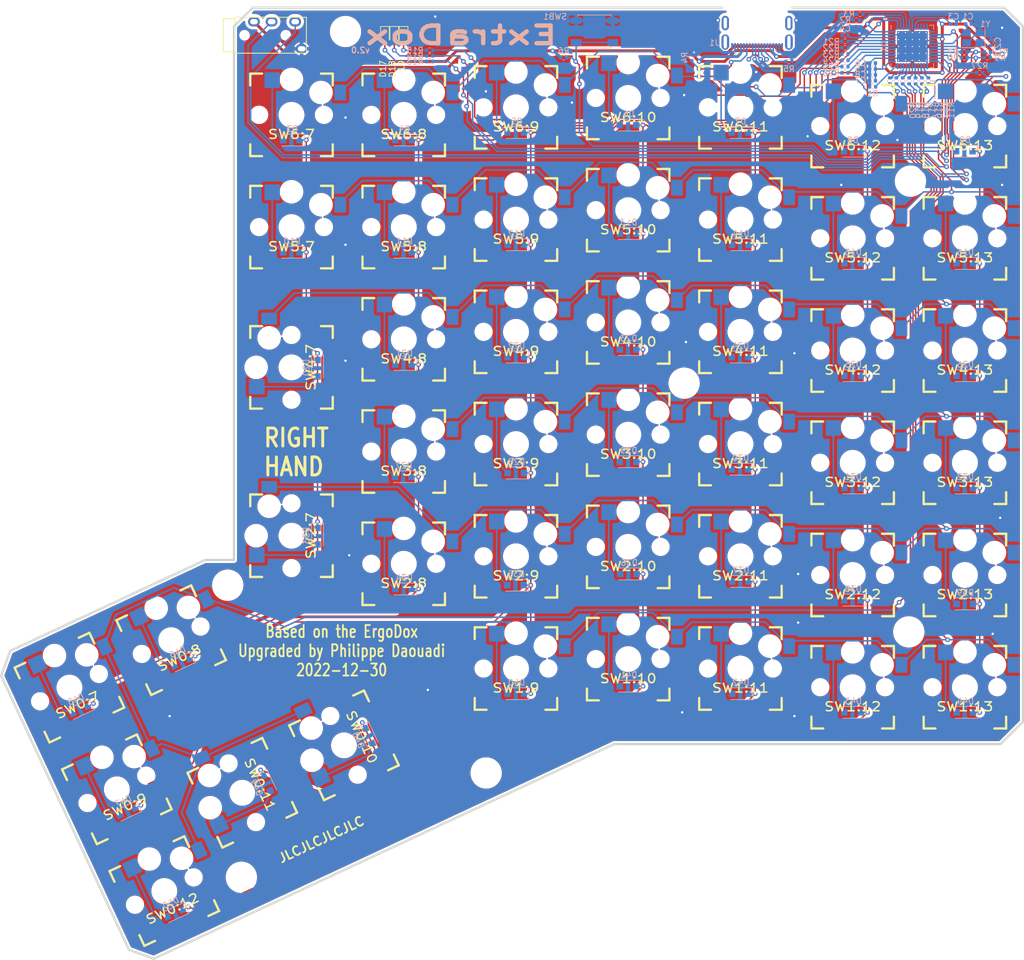
<source format=kicad_pcb>
(kicad_pcb (version 20211014) (generator pcbnew)
  (layers (0 "F.Cu" signal "Front") (31 "B.Cu" signal "Back") (34 "B.Paste" user) (35 "F.Paste" user) (36 "B.SilkS" user "B.Silkscreen") (37 "F.SilkS" user "F.Silkscreen") (38 "B.Mask" user) (39 "F.Mask" user) (44 "Edge.Cuts" user))
  (net 0 "")
  (net 1 "GND")
  (net 2 "VCC")
  (net 3 "Net-(D17-Pad2)")
  (net 4 "Net-(D18-Pad2)")
  (net 5 "Net-(D3-Pad2)")
  (net 6 "Net-(R20-Pad1)")
  (net 7 "Net-(D45-Pad2)")
  (net 8 "Net-(D46-Pad2)")
  (net 9 "Net-(D47-Pad2)")
  (net 10 "Net-(D48-Pad2)")
  (net 11 "Net-(D49-Pad2)")
  (net 12 "Net-(D50-Pad2)")
  (net 13 "Net-(R19-Pad1)")
  (net 14 "Net-(D40-Pad2)")
  (net 15 "Net-(D41-Pad2)")
  (net 16 "Net-(D42-Pad2)")
  (net 17 "Net-(D43-Pad2)")
  (net 18 "Net-(D44-Pad2)")
  (net 19 "Net-(R18-Pad1)")
  (net 20 "Net-(D33-Pad2)")
  (net 21 "Net-(D34-Pad2)")
  (net 22 "Net-(D35-Pad2)")
  (net 23 "Net-(D37-Pad2)")
  (net 24 "Net-(D38-Pad2)")
  (net 25 "Net-(D39-Pad2)")
  (net 26 "Net-(R17-Pad1)")
  (net 27 "Net-(D27-Pad2)")
  (net 28 "Net-(D28-Pad2)")
  (net 29 "Net-(D29-Pad2)")
  (net 30 "Net-(D30-Pad2)")
  (net 31 "Net-(D31-Pad2)")
  (net 32 "Net-(D32-Pad2)")
  (net 33 "Net-(R16-Pad1)")
  (net 34 "Net-(D20-Pad2)")
  (net 35 "Net-(D21-Pad2)")
  (net 36 "Net-(D22-Pad2)")
  (net 37 "Net-(D23-Pad2)")
  (net 38 "Net-(D24-Pad2)")
  (net 39 "Net-(D25-Pad2)")
  (net 40 "Net-(D26-Pad2)")
  (net 41 "Net-(R12-Pad1)")
  (net 42 "Net-(D10-Pad2)")
  (net 43 "Net-(D11-Pad2)")
  (net 44 "Net-(D12-Pad2)")
  (net 45 "Net-(D13-Pad2)")
  (net 46 "Net-(D14-Pad2)")
  (net 47 "Net-(D15-Pad2)")
  (net 48 "Net-(D16-Pad2)")
  (net 49 "Net-(R11-Pad1)")
  (net 50 "Net-(D4-Pad2)")
  (net 51 "Net-(D5-Pad2)")
  (net 52 "Net-(D6-Pad2)")
  (net 53 "Net-(D7-Pad2)")
  (net 54 "Net-(D8-Pad2)")
  (net 55 "Net-(D9-Pad2)")
  (net 56 "Net-(D19-Pad2)")
  (net 57 "/USBD-")
  (net 58 "/USBD+")
  (net 59 "Net-(C3-Pad1)")
  (net 65 "Net-(R6-Pad1)")
  (net 66 "/SCL")
  (net 67 "/SDA")
  (net 68 "/LED1")
  (net 69 "/LED2")
  (net 71 "Net-(R1-Pad2)")
  (net 72 "Net-(C4-Pad1)")
  (net 73 "Net-(D10-Pad1)")
  (net 74 "Net-(D11-Pad1)")
  (net 75 "Net-(D12-Pad1)")
  (net 76 "Net-(D13-Pad1)")
  (net 77 "Net-(D14-Pad1)")
  (net 78 "Net-(D15-Pad1)")
  (net 79 "Net-(D16-Pad1)")
  (net 80 "/ROW6")
  (net 81 "/ROW5")
  (net 82 "/ROW4")
  (net 83 "/ROW3")
  (net 84 "/ROW2")
  (net 85 "/ROW1")
  (net 86 "/ROW0")
  (net 87 "/COL7")
  (net 88 "/COL8")
  (net 89 "/COL9")
  (net 90 "/COL10")
  (net 91 "/COL11")
  (net 92 "/COL12")
  (net 93 "/COL13")
  (net 94 "Net-(D36-Pad2)")
  (net 95 "/OUSB-")
  (net 96 "/OUSB+")
  (net 97 "Net-(J1-PadA5)")
  (net 98 "Net-(J1-PadB5)")
  (net 99 "Net-(J2-PadR1)")
  (net 100 "Net-(J2-PadT)")
  (net 101 "Net-(C1-Pad1)")
  (net 102 "Net-(C2-Pad1)")
  (net 106 "/LED3")
  (footprint "additional-footprints:KailhHotswapChoc1" (layer "F.Cu") (at 220.084682 141.437462)
    (fp_text reference "SW1:13")
    (fp_text value "SW_Push")
  )
  (footprint "additional-footprints:KailhHotswapChoc1" (layer "F.Cu") (at 162.934685 136.664801)
    (fp_text reference "SW1:10")
    (fp_text value "SW_Push")
  )
  (footprint "additional-footprints:KailhHotswapChoc1" (layer "F.Cu") (at 143.884682 138.262459)
    (fp_text reference "SW1:9")
    (fp_text value "SW_Push")
  )
  (footprint "additional-footprints:KailhHotswapChoc1" (layer "F.Cu") (at 220.084681 122.38746)
    (fp_text reference "SW2:13")
    (fp_text value "SW_Push")
  )
  (footprint "additional-footprints:KailhHotswapChoc1" (layer "F.Cu") (at 162.934683 117.614802)
    (fp_text reference "SW2:10")
    (fp_text value "SW_Push")
  )
  (footprint "additional-footprints:KailhHotswapChoc1" (layer "F.Cu") (at 143.884684 119.212461)
    (fp_text reference "SW2:9")
    (fp_text value "SW_Push")
  )
  (footprint "additional-footprints:KailhHotswapChoc15" (layer "F.Cu") (at 105.784682 115.719961 90)
    (fp_text reference "SW2:7")
    (fp_text value "SW_Push")
  )
  (footprint "additional-footprints:KailhHotswapChoc1" (layer "F.Cu") (at 220.084684 103.337462)
    (fp_text reference "SW3:13")
    (fp_text value "SW_Push")
  )
  (footprint "additional-footprints:KailhHotswapChoc1" (layer "F.Cu") (at 181.984682 100.162459)
    (fp_text reference "SW3:11")
    (fp_text value "SW_Push")
  )
  (footprint "additional-footprints:KailhHotswapChoc1" (layer "F.Cu") (at 162.934682 98.564802)
    (fp_text reference "SW3:10")
    (fp_text value "SW_Push")
  )
  (footprint "additional-footprints:KailhHotswapChoc1" (layer "F.Cu") (at 143.884684 100.16246)
    (fp_text reference "SW3:9")
    (fp_text value "SW_Push")
  )
  (footprint "additional-footprints:KailhHotswapChoc1" (layer "F.Cu") (at 124.834681 101.432461)
    (fp_text reference "SW3:8")
    (fp_text value "SW_Push")
  )
  (footprint "additional-footprints:KailhHotswapChoc1" (layer "F.Cu") (at 220.084682 84.287462)
    (fp_text reference "SW4:13")
    (fp_text value "SW_Push")
  )
  (footprint "additional-footprints:KailhHotswapChoc1" (layer "F.Cu") (at 201.034681 84.287463)
    (fp_text reference "SW4:12")
    (fp_text value "SW_Push")
  )
  (footprint "additional-footprints:KailhHotswapChoc1" (layer "F.Cu") (at 181.984681 81.11246)
    (fp_text reference "SW4:11")
    (fp_text value "SW_Push")
  )
  (footprint "additional-footprints:KailhHotswapChoc1" (layer "F.Cu") (at 162.934683 79.514802)
    (fp_text reference "SW4:10")
    (fp_text value "SW_Push")
  )
  (footprint "additional-footprints:KailhHotswapChoc1" (layer "F.Cu") (at 143.884682 81.112461)
    (fp_text reference "SW4:9")
    (fp_text value "SW_Push")
  )
  (footprint "additional-footprints:KailhHotswapChoc1" (layer "F.Cu") (at 124.834683 82.38246)
    (fp_text reference "SW4:8")
    (fp_text value "SW_Push")
  )
  (footprint "additional-footprints:KailhHotswapChoc15" (layer "F.Cu") (at 105.784681 87.144961 90)
    (fp_text reference "SW4:7")
    (fp_text value "SW_Push")
  )
  (footprint "additional-footprints:KailhHotswapChoc2" (layer "F.Cu") (at 114.697551 151.300281 115)
    (fp_text reference "SW0:10")
    (fp_text value "SW_Push")
  )
  (footprint "additional-footprints:KailhHotswapChoc1" (layer "F.Cu") (at 84.194689 176.034802 25)
    (fp_text reference "SW0:12")
    (fp_text value "SW_Push")
  )
  (footprint "additional-footprints:KailhHotswapChoc2" (layer "F.Cu") (at 97.433173 159.352083 115)
    (fp_text reference "SW0:11")
    (fp_text value "SW_Push")
  )
  (footprint "additional-footprints:KailhHotswapChoc1" (layer "F.Cu") (at 76.142889 158.76788 25)
    (fp_text reference "SW0:9")
    (fp_text value "SW_Push")
  )
  (footprint "additional-footprints:KailhHotswapChoc1" (layer "F.Cu") (at 68.093628 141.503504 25)
    (fp_text reference "SW0:7")
    (fp_text value "SW_Push")
  )
  (footprint "additional-footprints:KailhHotswapChoc1" (layer "F.Cu") (at 181.984683 138.262461)
    (fp_text reference "SW1:11")
    (fp_text value "SW_Push")
  )
  (footprint "additional-footprints:KailhHotswapChoc1" (layer "F.Cu") (at 85.358009 133.454239 25)
    (fp_text reference "SW0:8")
    (fp_text value "SW_Push")
  )
  (footprint "additional-footprints:KailhHotswapChoc1" (layer "F.Cu") (at 220.084682 65.237461)
    (fp_text reference "SW5:13")
    (fp_text value "SW_Push")
  )
  (footprint "additional-footprints:KailhHotswapChoc1" (layer "F.Cu") (at 143.884684 62.062461)
    (fp_text reference "SW5:9")
    (fp_text value "SW_Push")
  )
  (footprint "additional-footprints:KailhHotswapChoc1" (layer "F.Cu") (at 162.934682 60.464801)
    (fp_text reference "SW5:10")
    (fp_text value "SW_Push")
  )
  (footprint "additional-footprints:KailhHotswapChoc1" (layer "F.Cu") (at 181.98468 62.062461)
    (fp_text reference "SW5:11")
    (fp_text value "SW_Push")
  )
  (footprint "additional-footprints:KailhHotswapChoc1" (layer "F.Cu") (at 201.034682 65.239999)
    (fp_text reference "SW5:12")
    (fp_text value "SW_Push")
  )
  (footprint "additional-footprints:KailhHotswapChoc1" (layer "F.Cu") (at 124.834684 63.335)
    (fp_text reference "SW5:8")
    (fp_text value "SW_Push")
  )
  (footprint "additional-footprints:KailhHotswapChoc1" (layer "F.Cu") (at 105.784682 63.334997)
    (fp_text reference "SW5:7")
    (fp_text value "SW_Push")
  )
  (footprint "additional-footprints:KailhHotswapChoc1" (layer "F.Cu") (at 181.984685 119.21246)
    (fp_text reference "SW2:11")
    (fp_text value "SW_Push")
  )
  (footprint "additional-footprints:KailhHotswapChoc1" (layer "F.Cu") (at 124.834682 120.482463)
    (fp_text reference "SW2:8")
    (fp_text value "SW_Push")
  )
  (footprint "additional-footprints:KailhHotswapChoc1" (layer "F.Cu") (at 201.034684 103.337459)
    (fp_text reference "SW3:12")
    (fp_text value "SW_Push")
  )
  (footprint "additional-footprints:KailhHotswapChoc1" (layer "F.Cu") (at 201.034682 122.387462)
    (fp_text reference "SW2:12")
    (fp_text value "SW_Push")
  )
  (footprint "additional-footprints:KailhHotswapChoc1" (layer "F.Cu") (at 201.034682 141.437462)
    (fp_text reference "SW1:12")
    (fp_text value "SW_Push")
  )
  (footprint "Diode_SMD:D_0603_1608Metric" (layer "F.Cu") (at 121.637965 30.7722 -90)
    (fp_text reference "D17")
    (fp_text value "Red")
  )
  (footprint "additional-footprints:KailhHotswapChoc1" (layer "F.Cu") (at 105.784684 44.284999)
    (fp_text reference "SW6:7")
    (fp_text value "SW_Push")
  )
  (footprint "additional-footprints:KailhHotswapChoc1" (layer "F.Cu") (at 124.834681 44.284999)
    (fp_text reference "SW6:8")
    (fp_text value "SW_Push")
  )
  (footprint "additional-footprints:MountingHole4.318" (layer "F.Cu") (at 94.964283 124.1172)
    (fp_text reference "REF**" hide)
    (fp_text value "MountingHole4.318" hide)
  )
  (footprint "Diode_SMD:D_0603_1608Metric" (layer "F.Cu") (at 123.223623 30.7722 -90)
    (fp_text reference "D18")
    (fp_text value "Green")
  )
  (footprint "additional-footprints:MountingHole4.318" (layer "F.Cu") (at 210.559683 132.039462)
    (fp_text reference "REF**" hide)
    (fp_text value "MountingHole4.318" hide)
  )
  (footprint "additional-footprints:KailhHotswapChoc1" (layer "F.Cu") (at 143.884681 43.012459)
    (fp_text reference "SW6:9")
    (fp_text value "SW_Push")
  )
  (footprint "additional-footprints:KailhHotswapChoc1" (layer "F.Cu") (at 201.034682 46.190001)
    (fp_text reference "SW6:12")
    (fp_text value "SW_Push")
  )
  (footprint "additional-footprints:KailhHotswapChoc1" (layer "F.Cu") (at 162.934682 41.414801)
    (fp_text reference "SW6:10")
    (fp_text value "SW_Push")
  )
  (footprint "additional-footprints:TRRS-PJ-320A" (layer "F.Cu") (at 96.209283 30.7722 90)
    (fp_text reference "J2")
    (fp_text value "TRRS")
  )
  (footprint "additional-footprints:KailhHotswapChoc1" (layer "F.Cu") (at 181.984683 43.012462)
    (fp_text reference "SW6:11")
    (fp_text value "SW_Push")
  )
  (footprint "additional-footprints:MountingHole4.318" (layer "F.Cu") (at 114.951129 30.1372)
    (fp_text reference "REF**" hide)
    (fp_text value "MountingHole4.318" hide)
  )
  (footprint "Diode_SMD:D_0603_1608Metric" (layer "F.Cu") (at 124.809283 30.7722 -90)
    (fp_text reference "D19")
    (fp_text value "Blue")
  )
  (footprint "additional-footprints:MountingHole4.318" (layer "F.Cu") (at 97.275683 173.695462)
    (fp_text reference "REF**" hide)
    (fp_text value "MountingHole4.318" hide)
  )
  (footprint "additional-footprints:MountingHole4.318" (layer "F.Cu") (at 172.434283 89.8272)
    (fp_text reference "REF**" hide)
    (fp_text value "MountingHole4.318" hide)
  )
  (footprint "additional-footprints:KailhHotswapChoc1" (layer "F.Cu") (at 220.084683 46.187461)
    (fp_text reference "SW6:13")
    (fp_text value "SW_Push")
  )
  (footprint "additional-footprints:MountingHole4.318" (layer "F.Cu") (at 210.836128 55.537201)
    (fp_text reference "REF**" hide)
    (fp_text value "MountingHole4.318" hide)
  )
  (footprint "additional-footprints:MountingHole4.318" (layer "F.Cu") (at 138.830083 155.994201)
    (fp_text reference "REF**" hide)
    (fp_text value "MountingHole4.318" hide)
  )
  (footprint "Resistor_SMD:R_0402_1005Metric" (layer "B.Cu") (at 207.359282 38.517201 90)
    (fp_text reference "R20")
    (fp_text value "470")
  )
  (footprint "Diode_SMD:D_SOD-123F" (layer "B.Cu") (at 143.794282 124.1172 180)
    (fp_text reference "D35")
    (fp_text value "D")
  )
  (footprint "Diode_SMD:D_SOD-123F" (layer "B.Cu") (at 201.009282 88.5572 180)
    (fp_text reference "D25")
    (fp_text value "D")
  )
  (footprint "Diode_SMD:D_SOD-123F" (layer "B.Cu") (at 220.059283 107.607202 180)
    (fp_text reference "D32")
    (fp_text value "D")
  )
  (footprint "Capacitor_SMD:C_0402_1005Metric" (layer "B.Cu") (at 199.739283 30.7722 180)
    (fp_text reference "C4")
    (fp_text value "0.1uF")
  )
  (footprint "Resistor_SMD:R_0402_1005Metric" (layer "B.Cu") (at 223.904339 34.582201 180)
    (fp_text reference "R9")
    (fp_text value "2.2k")
  )
  (footprint "Diode_SMD:D_SOD-123F" (layer "B.Cu") (at 143.859283 142.532202 180)
    (fp_text reference "D40")
    (fp_text value "D")
  )
  (footprint "Diode_SMD:D_SOD-123F" (layer "B.Cu") (at 162.974283 122.212201 180)
    (fp_text reference "D36")
    (fp_text value "D")
  )
  (footprint "Resistor_SMD:R_0402_1005Metric" (layer "B.Cu") (at 204.425937 39.520957)
    (fp_text reference "R1")
    (fp_text value "1K")
  )
  (footprint "Diode_SMD:D_SOD-123F" (layer "B.Cu") (at 181.894283 85.3822 180)
    (fp_text reference "D24")
    (fp_text value "D")
  )
  (footprint "Diode_SMD:D_SOD-123F" (layer "B.Cu") (at 181.959282 123.482202 180)
    (fp_text reference "D37")
    (fp_text value "D")
  )
  (footprint "Resistor_SMD:R_0402_1005Metric" (layer "B.Cu") (at 209.535858 38.5172 90)
    (fp_text reference "R18")
    (fp_text value "470")
  )
  (footprint "Resistor_SMD:R_0402_1005Metric" (layer "B.Cu") (at 199.739283 37.153096)
    (fp_text reference "R26")
    (fp_text value "470")
  )
  (footprint "Diode_SMD:D_SOD-123F" (layer "B.Cu") (at 105.759282 67.602201 180)
    (fp_text reference "D10")
    (fp_text value "D")
  )
  (footprint "Capacitor_SMD:C_0402_1005Metric" (layer "B.Cu") (at 224.504282 32.042201 90)
    (fp_text reference "C2")
    (fp_text value "12pF")
  )
  (footprint "Diode_SMD:D_SOD-123F" (layer "B.Cu") (at 220.059283 69.507201 180)
    (fp_text reference "D16")
    (fp_text value "D")
  )
  (footprint "Diode_SMD:D_SOD-123F" (layer "B.Cu") (at 201.009283 107.607201 180)
    (fp_text reference "D31")
    (fp_text value "D")
  )
  (footprint "Diode_SMD:D_SOD-123F" (layer "B.Cu") (at 87.128792 137.223988 -155)
    (fp_text reference "D46")
    (fp_text value "D")
  )
  (footprint "Resistor_SMD:R_0402_1005Metric" (layer "B.Cu") (at 199.739283 35.015832)
    (fp_text reference "R24")
    (fp_text value "470")
  )
  (footprint "Diode_SMD:D_SOD-123F" (layer "B.Cu") (at 201.009283 145.707201 180)
    (fp_text reference "D43")
    (fp_text value "D")
  )
  (footprint "Resistor_SMD:R_0402_1005Metric" (layer "B.Cu") (at 212.800723 38.517202 90)
    (fp_text reference "R12")
    (fp_text value "470")
  )
  (footprint "Diode_SMD:D_SOD-123F" (layer "B.Cu") (at 143.859281 85.382201 180)
    (fp_text reference "D22")
    (fp_text value "D")
  )
  (footprint "Resistor_SMD:R_0402_1005Metric" (layer "B.Cu") (at 219.969338 33.623405 180)
    (fp_text reference "R7")
    (fp_text value "100")
  )
  (footprint "Resistor_SMD:R_0402_1005Metric" (layer "B.Cu") (at 199.739282 32.878571)
    (fp_text reference "R22")
    (fp_text value "470")
  )
  (footprint "Resistor_SMD:R_0402_1005Metric" (layer "B.Cu") (at 219.969339 34.582201 180)
    (fp_text reference "R8")
    (fp_text value "100")
  )
  (footprint "Diode_SMD:D_SOD-123F" (layer "B.Cu") (at 220.059282 145.7072 180)
    (fp_text reference "D44")
    (fp_text value "D")
  )
  (footprint "Diode_SMD:D_SOD-123F" (layer "B.Cu") (at 110.204282 87.2872 -90)
    (fp_text reference "D20")
    (fp_text value "D")
  )
  (footprint "Diode_SMD:D_SOD-123F" (layer "B.Cu") (at 105.759282 48.552202 180)
    (fp_text reference "D3")
    (fp_text value "D")
  )
  (footprint "Resistor_SMD:R_0402_1005Metric" (layer "B.Cu") (at 201.644283 28.2322 180)
    (fp_text reference "R2")
    (fp_text value "22")
  )
  (footprint "Diode_SMD:D_SOD-123F" (layer "B.Cu") (at 85.965385 179.805191 -155)
    (fp_text reference "D50")
    (fp_text value "D")
  )
  (footprint "Capacitor_SMD:C_0402_1005Metric" (layer "B.Cu") (at 204.425937 38.508391 180)
    (fp_text reference "C7")
    (fp_text value "0.1uF")
  )
  (footprint "Diode_SMD:D_SOD-123F" (layer "B.Cu") (at 220.059281 88.557201 180)
    (fp_text reference "D26")
    (fp_text value "D")
  )
  (footprint "Capacitor_SMD:C_0402_1005Metric" (layer "B.Cu") (at 204.425937 35.500702 180)
    (fp_text reference "C6")
    (fp_text value "1uF")
  )
  (footprint "Capacitor_SMD:C_0402_1005Metric" (layer "B.Cu") (at 204.425937 36.503265 180)
    (fp_text reference "C5")
    (fp_text value "10uF")
  )
  (footprint "Diode_SMD:D_SOD-123F" (layer "B.Cu") (at 200.944282 50.4572 180)
    (fp_text reference "D8")
    (fp_text value "D")
  )
  (footprint "Diode_SMD:D_SOD-123F" (layer "B.Cu") (at 219.994283 50.457201 180)
    (fp_text reference "D9")
    (fp_text value "D")
  )
  (footprint "Diode_SMD:D_SOD-123F" (layer "B.Cu") (at 201.009283 126.6572 180)
    (fp_text reference "D38")
    (fp_text value "D")
  )
  (footprint "Resistor_SMD:R_0402_1005Metric" (layer "B.Cu") (at 211.712434 38.517201 90)
    (fp_text reference "R16")
    (fp_text value "470")
  )
  (footprint "Diode_SMD:D_SOD-123F" (layer "B.Cu") (at 77.914506 162.540029 -155)
    (fp_text reference "D47")
    (fp_text value "D")
  )
  (footprint "additional-footprints:QFN-44-1EP_7x7mm_P0.5mm_EP5.2x5.2mm_ThermalVias_JLCPCB" (layer "B.Cu") (at 211.169282 32.677202)
    (fp_text reference "U1")
    (fp_text value "ATmega32U4-M")
  )
  (footprint "Resistor_SMD:R_0402_1005Metric" (layer "B.Cu") (at 199.739282 31.809941)
    (fp_text reference "R21")
    (fp_text value "470")
  )
  (footprint "Diode_SMD:D_SOD-123F" (layer "B.Cu") (at 124.744282 105.702201 180)
    (fp_text reference "D27")
    (fp_text value "D")
  )
  (footprint "Resistor_SMD:R_0402_1005Metric" (layer "B.Cu") (at 222.599282 37.122201 180)
    (fp_text reference "R27")
    (fp_text value "470")
  )
  (footprint "Diode_SMD:D_SOD-123F" (layer "B.Cu") (at 162.909283 46.012201 180)
    (fp_text reference "D6")
    (fp_text value "D")
  )
  (footprint "Diode_SMD:D_SOD-123F" (layer "B.Cu") (at 124.809283 86.652201 180)
    (fp_text reference "D21")
    (fp_text value "D")
  )
  (footprint "additional-footprints:HRS_CX90M-16P" (layer "B.Cu") (at 184.814283 30.628202)
    (fp_text reference "J1")
    (fp_text value "USB_C_Receptacle_USB2.0")
    (fp_line (start -4.675 1.175) (end 4.675 1.175) (layer "Edge.Cuts") (width 0.01))
    (fp_line (start -4.675 -4.545) (end -4.675 1.175) (layer "Edge.Cuts") (width 0.01))
    (fp_line (start -6 -4.545) (end -4.675 -4.545) (layer "Edge.Cuts") (width 0.01))
    (fp_line (start 4.675 1.175) (end 4.675 -4.545) (layer "Edge.Cuts") (width 0.01))
    (fp_line (start 4.675 -4.545) (end 6 -4.545) (layer "Edge.Cuts") (width 0.01))
  )
  (footprint "Resistor_SMD:R_0402_1005Metric" (layer "B.Cu") (at 210.624146 38.517202 90)
    (fp_text reference "R17")
    (fp_text value "470")
  )
  (footprint "Resistor_SMD:R_0402_1005Metric" (layer "B.Cu") (at 151.989282 34.5822 180)
    (fp_text reference "R6")
    (fp_text value "10k")
  )
  (footprint "Diode_SMD:D_SOD-123F" (layer "B.Cu") (at 162.909283 103.162202 180)
    (fp_text reference "D29")
    (fp_text value "D")
  )
  (footprint "Resistor_SMD:R_0402_1005Metric" (layer "B.Cu") (at 208.447571 38.5172 90)
    (fp_text reference "R19")
    (fp_text value "470")
  )
  (footprint "Diode_SMD:D_SOD-123F" (layer "B.Cu") (at 124.809282 67.602201 180)
    (fp_text reference "D11")
    (fp_text value "D")
  )
  (footprint "Resistor_SMD:R_0402_1005Metric" (layer "B.Cu") (at 223.904338 33.623405 180)
    (fp_text reference "R10")
    (fp_text value "2.2k")
  )
  (footprint "Diode_SMD:D_SOD-123F" (layer "B.Cu") (at 143.859283 105.067201 180)
    (fp_text reference "D28")
    (fp_text value "D")
  )
  (footprint "Diode_SMD:D_SOD-123F" (layer "B.Cu") (at 181.959282 66.332201 180)
    (fp_text reference "D14")
    (fp_text value "D")
  )
  (footprint "Diode_SMD:D_SOD-123F" (layer "B.Cu") (at 162.909283 84.1122 180)
    (fp_text reference "D23")
    (fp_text value "D")
  )
  (footprint "Diode_SMD:D_SOD-123F" (layer "B.Cu") (at 69.86363 145.274864 -155)
    (fp_text reference "D45")
    (fp_text value "D")
  )
  (footprint "Resistor_SMD:R_0402_1005Metric" (layer "B.Cu") (at 129.254281 35.217201 180)
    (fp_text reference "R13")
    (fp_text value "180")
  )
  (footprint "Resistor_SMD:R_0402_1005Metric" (layer "B.Cu") (at 213.889013 38.517201 90)
    (fp_text reference "R11")
    (fp_text value "470")
  )
  (footprint "Diode_SMD:D_SOD-123F" (layer "B.Cu") (at 162.909282 141.2622 180)
    (fp_text reference "D41")
    (fp_text value "D")
  )
  (footprint "Diode_SMD:D_SOD-123F" (layer "B.Cu") (at 101.623471 157.790161 -65)
    (fp_text reference "D49")
    (fp_text value "D")
  )
  (footprint "Diode_SMD:D_SOD-123F" (layer "B.Cu") (at 118.888636 149.739284 -65)
    (fp_text reference "D48")
    (fp_text value "D")
  )
  (footprint "Capacitor_SMD:C_0402_1005Metric" (layer "B.Cu") (at 218.154283 28.867202)
    (fp_text reference "C3")
    (fp_text value "1uF")
  )
  (footprint "Capacitor_SMD:C_0402_1005Metric" (layer "B.Cu") (at 220.694283 28.8672)
    (fp_text reference "C1")
    (fp_text value "12pF")
  )
  (footprint "Diode_SMD:D_SOD-123F" (layer "B.Cu") (at 124.809283 124.7522 180)
    (fp_text reference "D34")
    (fp_text value "D")
  )
  (footprint "Resistor_SMD:R_0402_1005Metric" (layer "B.Cu") (at 129.254283 34.264701 180)
    (fp_text reference "R14")
    (fp_text value "100")
  )
  (footprint "Resistor_SMD:R_0402_1005Metric" (layer "B.Cu") (at 199.739283 33.947201)
    (fp_text reference "R23")
    (fp_text value "470")
  )
  (footprint "additional-footprints:TS-1087S" (layer "B.Cu") (at 157.194283 30.137201 180)
    (fp_text reference "SWB1")
    (fp_text value "SW_Push")
  )
  (footprint "Resistor_SMD:R_0402_1005Metric" (layer "B.Cu") (at 199.739283 36.084461)
    (fp_text reference "R25")
    (fp_text value "470")
  )
  (footprint "Resistor_SMD:R_0402_1005Metric" (layer "B.Cu") (at 129.254283 33.312201 180)
    (fp_text reference "R15")
    (fp_text value "470")
  )
  (footprint "Diode_SMD:D_SOD-123F" (layer "B.Cu") (at 181.894283 47.282201 180)
    (fp_text reference "D7")
    (fp_text value "D")
  )
  (footprint "Diode_SMD:D_SOD-123F" (layer "B.Cu") (at 143.859282 66.332201 180)
    (fp_text reference "D12")
    (fp_text value "D")
  )
  (footprint "Diode_SMD:D_SOD-123F" (layer "B.Cu") (at 143.859283 47.282202 180)
    (fp_text reference "D5")
    (fp_text value "D")
  )
  (footprint "Diode_SMD:D_SOD-123F" (layer "B.Cu") (at 124.809283 48.552201 180)
    (fp_text reference "D4")
    (fp_text value "D")
  )
  (footprint "Diode_SMD:D_SOD-123F" (layer "B.Cu") (at 201.009282 69.507199 180)
    (fp_text reference "D15")
    (fp_text value "D")
  )
  (footprint "Resistor_SMD:R_0402_1005Metric" (layer "B.Cu") (at 173.704283 34.5822 -90)
    (fp_text reference "R4")
    (fp_text value "5.1k")
  )
  (footprint "Diode_SMD:D_SOD-123F" (layer "B.Cu") (at 110.204281 115.797201 -90)
    (fp_text reference "D33")
    (fp_text value "D")
  )
  (footprint "Diode_SMD:D_SOD-123F" (layer "B.Cu") (at 162.909282 64.427202 180)
    (fp_text reference "D13")
    (fp_text value "D")
  )
  (footprint "Diode_SMD:D_SOD-123F" (layer "B.Cu") (at 181.959282 142.532201 180)
    (fp_text reference "D42")
    (fp_text value "D")
  )
  (footprint "Diode_SMD:D_SOD-123F" (layer "B.Cu") (at 220.059282 127.2922 180)
    (fp_text reference "D39")
    (fp_text value "D")
  )
  (footprint "Diode_SMD:D_SOD-123F" (layer "B.Cu") (at 181.894283 104.432201 180)
    (fp_text reference "D30")
    (fp_text value "D")
  )
  (footprint "Capacitor_SMD:C_0402_1005Metric" (layer "B.Cu") (at 204.425937 37.505828 180)
    (fp_text reference "C8")
    (fp_text value "0.1uF")
  )
  (footprint "Resistor_SMD:R_0402_1005Metric" (layer "B.Cu") (at 202.279283 27.209099 180)
    (fp_text reference "R3")
    (fp_text value "22")
  )
  (footprint "Resistor_SMD:R_0402_1005Metric" (layer "B.Cu") (at 190.214283 35.2172 180)
    (fp_text reference "R5")
    (fp_text value "5.1k")
  )
  (footprint "Crystal:Crystal_SMD_3225-4Pin_3.2x2.5mm" (layer "B.Cu") (at 221.499283 31.192201 180)
    (fp_text reference "Y1")
    (fp_text value "16MHz")
  )
  (gr_line (start 214.979283 41.5672) (end 214.979283 38.517201) (layer "B.SilkS") (width 0.15))
  (gr_line (start 214.979283 38.517201) (end 214.269013 38.517201) (layer "B.SilkS") (width 0.15))
  (gr_line (start 160.56826 151.082861) (end 226.151067 151.082857) (layer "Edge.Cuts") (width 0.381))
  (gr_line (start 91.124662 119.840862) (end 58.033539 135.271363) (layer "Edge.Cuts") (width 0.381))
  (gr_line (start 226.760662 26.082862) (end 190.814283 26.083202) (layer "Edge.Cuts") (width 0.381))
  (gr_line (start 99.227259 26.082862) (end 96.026863 29.257859) (layer "Edge.Cuts") (width 0.381))
  (gr_line (start 56.496839 139.490302) (end 78.180822 185.992623) (layer "Edge.Cuts") (width 0.381))
  (gr_line (start 96.026862 119.840861) (end 91.124662 119.840862) (layer "Edge.Cuts") (width 0.381))
  (gr_line (start 229.935666 147.298258) (end 229.935662 29.257864) (layer "Edge.Cuts") (width 0.381))
  (gr_line (start 82.399763 187.526781) (end 160.56826 151.082861) (layer "Edge.Cuts") (width 0.381))
  (gr_line (start 178.814283 26.083202) (end 99.227259 26.082862) (layer "Edge.Cuts") (width 0.381))
  (gr_line (start 96.026863 29.257859) (end 96.026862 119.840861) (layer "Edge.Cuts") (width 0.381))
  (gr_line (start 229.935662 29.257864) (end 226.760662 26.082862) (layer "Edge.Cuts") (width 0.381))
  (gr_line (start 58.033539 135.271363) (end 56.496839 139.490302) (layer "Edge.Cuts") (width 0.381))
  (gr_line (start 229.935666 147.298258) (end 226.151067 151.082857) (layer "Edge.Cuts") (width 0.381))
  (gr_line (start 78.180822 185.992623) (end 82.399763 187.526781) (layer "Edge.Cuts") (width 0.381))
  (gr_text "v2.0" (at 117.491129 33.312201) (layer "B.SilkS") (effects (font (size 1 1) (thickness 0.2)) (justify mirror)))
  (gr_text "ExtraDox" (at 134.636129 30.7722) (layer "B.SilkS") (effects (font (size 3 5) (thickness 0.75)) (justify mirror)))
  (gr_text "JLCJLCJLCJLC" (at 110.839283 167.2972 25) (layer "F.SilkS") (effects (font (size 1.524 1.524) (thickness 0.3048))))
  (gr_text "Based on the ErgoDox\nUpgraded by Philippe Daouadi\n2022-12-30" (at 114.3 135.255) (layer "F.SilkS") (effects (font (size 2.032 1.524) (thickness 0.3048))))
  (gr_text "RIGHT\nHAND" (at 100.831683 101.559462) (layer "F.SilkS") (effects (font (size 3.048 2.54) (thickness 0.508)) (justify left)))
  (segment (start 189.315285 33.683202) (end 190.775128 33.683202) (width 0.5) (layer "F.Cu") (net 1))
  (segment (start 180.875919 32.677201) (end 188.309284 32.677201) (width 0.5) (layer "F.Cu") (net 1))
  (segment (start 179.616817 33.936303) (end 180.875919 32.677201) (width 0.5) (layer "F.Cu") (net 1))
  (segment (start 191.484283 32.974047) (end 191.484282 28.232201) (width 0.5) (layer "F.Cu") (net 1))
  (segment (start 178.149283 32.873837) (end 179.211749 33.936303) (width 0.5) (layer "F.Cu") (net 1))
  (segment (start 178.149283 28.2322) (end 178.149283 32.873837) (width 0.5) (layer "F.Cu") (net 1))
  (segment (start 190.775128 33.683202) (end 191.484283 32.974047) (width 0.5) (layer "F.Cu") (net 1))
  (segment (start 179.211749 33.936303) (end 179.616817 33.936303) (width 0.5) (layer "F.Cu") (net 1))
  (segment (start 188.309284 32.677201) (end 189.315285 33.683202) (width 0.5) (layer "F.Cu") (net 1))
  (via (at 153.384282 42.202201) (size 0.8) (drill 0.4) (layers "F.Cu" "B.Cu") (net 1))
  (via (at 178.149283 28.2322) (size 0.8) (drill 0.4) (layers "F.Cu" "B.Cu") (net 1))
  (via (at 114.951128 66.3322) (size 0.8) (drill 0.4) (layers "F.Cu" "B.Cu") (net 1))
  (via (at 191.484282 28.232201) (size 0.8) (drill 0.4) (layers "F.Cu" "B.Cu") (net 1))
  (via (at 191.151129 146.3422) (size 0.8) (drill 0.4) (layers "F.Cu" "B.Cu") (net 1))
  (via (at 130.191128 27.5972) (size 0.8) (drill 0.4) (layers "F.Cu" "B.Cu") (net 1))
  (via (at 208.629283 48.5522) (size 0.8) (drill 0.4) (layers "F.Cu" "B.Cu") (net 1))
  (via (at 191.786129 130.4672) (size 0.8) (drill 0.4) (layers "F.Cu" "B.Cu") (net 1))
  (via (at 226.076129 112.6872) (size 0.8) (drill 0.4) (layers "F.Cu" "B.Cu") (net 1))
  (via (at 85.106128 146.3422) (size 0.8) (drill 0.4) (layers "F.Cu" "B.Cu") (net 1))
  (via (at 191.786128 122.212201) (size 0.8) (drill 0.4) (layers "F.Cu" "B.Cu") (net 1))
  (via (at 128.921129 141.897201) (size 0.8) (drill 0.4) (layers "F.Cu" "B.Cu") (net 1))
  (via (at 172.101129 145.707201) (size 0.8) (drill 0.4) (layers "F.Cu" "B.Cu") (net 1))
  (via (at 224.806128 132.372201) (size 0.8) (drill 0.4) (layers "F.Cu" "B.Cu") (net 1))
  (via (at 191.151129 84.7472) (size 0.8) (drill 0.4) (layers "F.Cu" "B.Cu") (net 1))
  (via (at 172.434282 40.932201) (size 0.8) (drill 0.4) (layers "F.Cu" "B.Cu") (net 1))
  (via (at 114.951129 86.0172) (size 0.8) (drill 0.4) (layers "F.Cu" "B.Cu") (net 1))
  (via (at 226.409283 56.172202) (size 0.8) (drill 0.4) (layers "F.Cu" "B.Cu") (net 1))
  (via (at 202.184285 30.452702) (size 0.8) (drill 0.4) (layers "F.Cu" "B.Cu") (net 1))
  (via (at 199.104282 56.172202) (size 0.8) (drill 0.4) (layers "F.Cu" "B.Cu") (net 1))
  (via (at 115.586129 119.0372) (size 0.8) (drill 0.4) (layers "F.Cu" "B.Cu") (net 1))
  (via (at 193.389283 47.917202) (size 0.8) (drill 0.4) (layers "F.Cu" "B.Cu") (net 1))
  (via (at 114.951129 44.742201) (size 0.8) (drill 0.4) (layers "F.Cu" "B.Cu") (net 1))
  (via (at 226.409282 29.502201) (size 0.8) (drill 0.4) (layers "F.Cu" "B.Cu") (net 1))
  (via (at 138.779283 40.2972) (size 0.8) (drill 0.4) (layers "F.Cu" "B.Cu") (net 1))
  (via (at 172.736128 82.842201) (size 0.8) (drill 0.4) (layers "F.Cu" "B.Cu") (net 1))
  (via (at 184.664444 37.017009) (size 0.8) (drill 0.4) (layers "F.Cu" "B.Cu") (net 1))
  (segment (start 211.169282 32.677202) (end 211.320206 32.526278) (width 0.25) (layer "B.Cu") (net 1))
  (segment (start 202.184285 30.452702) (end 201.868783 30.1372) (width 0.25) (layer "B.Cu") (net 1))
  (segment (start 199.886674 30.1372) (end 199.259283 30.764591) (width 0.25) (layer "B.Cu") (net 1))
  (segment (start 199.259283 30.764591) (end 199.259283 30.7722) (width 0.25) (layer "B.Cu") (net 1))
  (segment (start 188.064283 33.314762) (end 188.064283 32.553202) (width 0.25) (layer "B.Cu") (net 1))
  (segment (start 210.669283 29.339702) (end 210.669283 28.095806) (width 0.25) (layer "B.Cu") (net 1))
  (segment (start 210.669282 29.3397) (end 210.669283 32.177202) (width 0.25) (layer "B.Cu") (net 1))
  (segment (start 181.064283 33.3122) (end 180.689283 33.6872) (width 0.25) (layer "B.Cu") (net 1))
  (segment (start 188.944283 33.683202) (end 188.564283 33.303202) (width 0.25) (layer "B.Cu") (net 1))
  (segment (start 211.320206 33.080117) (end 211.320206 32.526278) (width 0.25) (layer "B.Cu") (net 1))
  (segment (start 180.689283 33.7072) (end 180.929283 33.7072) (width 0.25) (layer "B.Cu") (net 1))
  (segment (start 211.169283 32.929191) (end 211.169282 32.677202) (width 0.25) (layer "B.Cu") (net 1))
  (segment (start 180.929283 33.7072) (end 181.564283 33.0722) (width 0.25) (layer "B.Cu") (net 1))
  (segment (start 220.399282 32.042202) (end 220.499282 32.042202) (width 0.25) (layer "B.Cu") (net 1))
  (segment (start 209.169282 34.677202) (end 211.169282 32.677202) (width 0.25) (layer "B.Cu") (net 1))
  (segment (start 188.432723 33.683202) (end 188.064283 33.314762) (width 0.25) (layer "B.Cu") (net 1))
  (segment (start 189.315285 33.683202) (end 188.432723 33.683202) (width 0.25) (layer "B.Cu") (net 1))
  (segment (start 181.064283 32.553202) (end 181.064283 33.3122) (width 0.25) (layer "B.Cu") (net 1))
  (segment (start 213.669283 35.429193) (end 211.320206 33.080117) (width 0.25) (layer "B.Cu") (net 1))
  (segment (start 189.315285 33.683202) (end 190.669918 33.683202) (width 0.5) (layer "B.Cu") (net 1))
  (segment (start 201.868783 30.1372) (end 199.886674 30.1372) (width 0.25) (layer "B.Cu") (net 1))
  (segment (start 189.315285 33.683202) (end 188.944283 33.683202) (width 0.25) (layer "B.Cu") (net 1))
  (segment (start 211.320206 32.526278) (end 212.169283 31.677201) (width 0.25) (layer "B.Cu") (net 1))
  (segment (start 203.945937 39.490957) (end 203.915937 39.520957) (width 0.25) (layer "B.Cu") (net 1))
  (segment (start 178.149283 28.2322) (end 178.149283 32.873837) (width 0.5) (layer "B.Cu") (net 1))
  (segment (start 190.669918 33.683202) (end 191.484282 32.868838) (width 0.5) (layer "B.Cu") (net 1))
  (segment (start 212.169283 31.677201) (end 214.506782 31.6772) (width 0.25) (layer "B.Cu") (net 1))
  (segment (start 188.564283 33.303202) (end 188.564283 32.553202) (width 0.25) (layer "B.Cu") (net 1))
  (segment (start 211.432887 27.332201) (end 224.239283 27.332201) (width 0.25) (layer "B.Cu") (net 1))
  (segment (start 209.169283 30.677202) (end 211.169282 32.677202) (width 0.25) (layer "B.Cu") (net 1))
  (segment (start 178.958648 33.683202) (end 180.689283 33.683202) (width 0.5) (layer "B.Cu") (net 1))
  (segment (start 203.945937 35.500702) (end 203.945937 39.490957) (width 0.25) (layer "B.Cu") (net 1))
  (segment (start 178.149283 32.873837) (end 178.958648 33.683202) (width 0.5) (layer "B.Cu") (net 1))
  (segment (start 210.669283 32.177202) (end 211.169282 32.677202) (width 0.25) (layer "B.Cu") (net 1))
  (segment (start 204.761828 34.677202) (end 203.945937 35.493093) (width 0.25) (layer "B.Cu") (net 1))
  (segment (start 209.169282 34.677201) (end 209.415205 34.431277) (width 0.25) (layer "B.Cu") (net 1))
  (segment (start 210.669283 28.095806) (end 211.432887 27.332201) (width 0.25) (layer "B.Cu") (net 1))
  (segment (start 207.831782 34.677202) (end 209.169282 34.677202) (width 0.25) (layer "B.Cu") (net 1))
  (segment (start 181.564283 33.0722) (end 181.564283 32.553202) (width 0.25) (layer "B.Cu") (net 1))
  (segment (start 191.484282 32.868838) (end 191.484282 28.232201) (width 0.5) (layer "B.Cu") (net 1))
  (segment (start 220.499282 32.042202) (end 222.199283 30.342201) (width 0.25) (layer "B.Cu") (net 1))
  (segment (start 209.415205 34.431277) (end 211.169282 32.677202) (width 0.25) (layer "B.Cu") (net 1))
  (segment (start 224.239283 27.332201) (end 226.409282 29.502201) (width 0.25) (layer "B.Cu") (net 1))
  (segment (start 222.199283 30.342201) (end 222.599282 30.342201) (width 0.25) (layer "B.Cu") (net 1))
  (segment (start 213.669282 36.014701) (end 213.669283 35.429193) (width 0.25) (layer "B.Cu") (net 1))
  (segment (start 202.184285 30.452702) (end 202.408785 30.677202) (width 0.25) (layer "B.Cu") (net 1))
  (segment (start 202.408785 30.677202) (end 209.169283 30.677202) (width 0.25) (layer "B.Cu") (net 1))
  (segment (start 207.831782 34.677202) (end 204.761828 34.677202) (width 0.25) (layer "B.Cu") (net 1))
  (segment (start 150.106685 33.4148) (end 133.801881 33.4148) (width 0.5) (layer "F.Cu") (net 2))
  (segment (start 207.359285 37.122202) (end 216.249283 37.122202) (width 0.5) (layer "F.Cu") (net 2))
  (segment (start 220.059281 28.867201) (end 225.139283 33.947201) (width 0.5) (layer "F.Cu") (net 2))
  (segment (start 179.325868 35.217202) (end 181.165869 33.377201) (width 0.5) (layer "F.Cu") (net 2))
  (segment (start 187.104284 33.377201) (end 188.110285 34.383202) (width 0.5) (layer "F.Cu") (net 2))
  (segment (start 225.139283 33.947201) (end 226.409281 33.947201) (width 0.5) (layer "F.Cu") (net 2))
  (segment (start 195.929283 29.5022) (end 192.184283 33.2472) (width 0.5) (layer "F.Cu") (net 2))
  (segment (start 216.249282 28.867202) (end 220.059281 28.867201) (width 0.5) (layer "F.Cu") (net 2))
  (segment (start 202.914284 29.5022) (end 195.929283 29.5022) (width 0.5) (layer "F.Cu") (net 2))
  (segment (start 204.399283 28.017201) (end 203.549283 28.867201) (width 0.5) (layer "F.Cu") (net 2))
  (segment (start 206.304282 28.447201) (end 205.874282 28.017201) (width 0.5) (layer "F.Cu") (net 2))
  (segment (start 150.106685 33.4148) (end 173.17188 33.414799) (width 0.5) (layer "F.Cu") (net 2))
  (segment (start 133.801881 33.4148) (end 131.999479 35.2172) (width 0.5) (layer "F.Cu") (net 2))
  (segment (start 206.304282 36.067199) (end 206.304282 28.447201) (width 0.5) (layer "F.Cu") (net 2))
  (segment (start 192.184283 33.263997) (end 191.065078 34.383202) (width 0.5) (layer "F.Cu") (net 2))
  (segment (start 206.406783 36.1697) (end 206.304282 36.067199) (width 0.5) (layer "F.Cu") (net 2))
  (segment (start 192.184283 33.2472) (end 192.184283 33.263997) (width 0.5) (layer "F.Cu") (net 2))
  (segment (start 174.974281 35.217202) (end 179.325868 35.217202) (width 0.5) (layer "F.Cu") (net 2))
  (segment (start 174.974281 35.217202) (end 173.17188 33.414799) (width 0.5) (layer "F.Cu") (net 2))
  (segment (start 181.165869 33.377201) (end 187.104284 33.377201) (width 0.5) (layer "F.Cu") (net 2))
  (segment (start 203.549283 28.867201) (end 202.914284 29.5022) (width 0.5) (layer "F.Cu") (net 2))
  (segment (start 206.406783 36.1697) (end 207.359285 37.122202) (width 0.5) (layer "F.Cu") (net 2))
  (segment (start 205.874282 28.017201) (end 204.399283 28.017201) (width 0.5) (layer "F.Cu") (net 2))
  (segment (start 106.154283 35.2172) (end 99.409283 28.4722) (width 0.5) (layer "F.Cu") (net 2))
  (segment (start 216.249283 37.122202) (end 216.249283 31.407202) (width 0.5) (layer "F.Cu") (net 2))
  (segment (start 216.249283 31.407202) (end 216.249282 28.867202) (width 0.5) (layer "F.Cu") (net 2))
  (segment (start 191.065078 34.383202) (end 188.110285 34.383202) (width 0.5) (layer "F.Cu") (net 2))
  (segment (start 131.999479 35.2172) (end 106.154283 35.2172) (width 0.5) (layer "F.Cu") (net 2))
  (via (at 226.409281 33.947201) (size 0.8) (drill 0.4) (layers "F.Cu" "B.Cu") (net 2))
  (via (at 216.249283 31.407202) (size 0.8) (drill 0.4) (layers "F.Cu" "B.Cu") (net 2))
  (via (at 203.549283 28.867201) (size 0.8) (drill 0.4) (layers "F.Cu" "B.Cu") (net 2))
  (via (at 216.249283 37.122202) (size 0.8) (drill 0.4) (layers "F.Cu" "B.Cu") (net 2))
  (via (at 150.106685 33.4148) (size 0.8) (drill 0.4) (layers "F.Cu" "B.Cu") (net 2))
  (via (at 206.406783 36.1697) (size 0.8) (drill 0.4) (layers "F.Cu" "B.Cu") (net 2))
  (via (at 188.110285 34.383202) (size 0.8) (drill 0.4) (layers "F.Cu" "B.Cu") (net 2))
  (via (at 216.249282 28.867202) (size 0.8) (drill 0.4) (layers "F.Cu" "B.Cu") (net 2))
  (via (at 174.974281 35.217202) (size 0.8) (drill 0.4) (layers "F.Cu" "B.Cu") (net 2))
  (segment (start 182.064283 32.553202) (end 182.064283 33.7372) (width 0.25) (layer "B.Cu") (net 2))
  (segment (start 211.669283 28.754193) (end 212.191274 28.232201) (width 0.25) (layer "B.Cu") (net 2))
  (segment (start 181.959283 33.9472) (end 181.523281 34.383202) (width 0.5) (layer "B.Cu") (net 2))
  (segment (start 209.169283 28.033927) (end 209.169282 29.339701) (width 0.25) (layer "B.Cu") (net 2))
  (segment (start 182.564283 32.553202) (end 182.564283 33.3422) (width 0.25) (layer "B.Cu") (net 2))
  (segment (start 215.614283 28.232202) (end 216.249282 28.867202) (width 0.25) (layer "B.Cu") (net 2))
  (segment (start 181.523281 34.383202) (end 175.808281 34.383202) (width 0.5) (layer "B.Cu") (net 2))
  (segment (start 150.106685 33.4148) (end 150.311881 33.414798) (width 0.5) (layer "B.Cu") (net 2))
  (segment (start 187.064283 33.3372) (end 187.674283 33.9472) (width 0.25) (layer "B.Cu") (net 2))
  (segment (start 187.564283 33.8372) (end 187.674283 33.9472) (width 0.25) (layer "B.Cu") (net 2))
  (segment (start 182.564283 33.3422) (end 181.959283 33.9472) (width 0.25) (layer "B.Cu") (net 2))
  (segment (start 204.905937 35.500702) (end 204.905937 38.508391) (width 0.25) (layer "B.Cu") (net 2))
  (segment (start 206.406783 36.1697) (end 206.073218 36.503265) (width 0.25) (layer "B.Cu") (net 2))
  (segment (start 150.311881 33.414798) (end 151.479282 34.582201) (width 0.5) (layer "B.Cu") (net 2))
  (segment (start 216.019283 31.177202) (end 214.506783 31.177202) (width 0.25) (layer "B.Cu") (net 2))
  (segment (start 224.414339 34.582201) (end 224.414338 33.623404) (width 0.25) (layer "B.Cu") (net 2))
  (segment (start 216.249283 37.122202) (end 213.691275 37.122201) (width 0.25) (layer "B.Cu") (net 2))
  (segment (start 187.064283 32.553202) (end 187.064283 33.3372) (width 0.25) (layer "B.Cu") (net 2))
  (segment (start 208.922557 27.7872) (end 209.169283 28.033927) (width 0.25) (layer "B.Cu") (net 2))
  (segment (start 224.815486 33.623405) (end 225.139283 33.947201) (width 0.25) (layer "B.Cu") (net 2))
  (segment (start 211.669283 29.339702) (end 211.669283 28.754193) (width 0.25) (layer "B.Cu") (net 2))
  (segment (start 213.169283 36.600209) (end 213.169281 36.014702) (width 0.25) (layer "B.Cu") (net 2))
  (segment (start 225.139283 33.947201) (end 226.409281 33.947201) (width 0.25) (layer "B.Cu") (net 2))
  (segment (start 207.399281 35.177202) (end 207.831783 35.177202) (width 0.25) (layer "B.Cu") (net 2))
  (segment (start 213.691275 37.122201) (end 213.169283 36.600209) (width 0.25) (layer "B.Cu") (net 2))
  (segment (start 204.629284 27.7872) (end 208.922557 27.7872) (width 0.25) (layer "B.Cu") (net 2))
  (segment (start 204.859284 30.177202) (end 207.831782 30.177202) (width 0.25) (layer "B.Cu") (net 2))
  (segment (start 224.414337 33.623405) (end 224.815486 33.623405) (width 0.25) (layer "B.Cu") (net 2))
  (segment (start 203.549283 28.867201) (end 204.629284 27.7872) (width 0.25) (layer "B.Cu") (net 2))
  (segment (start 206.406783 36.1697) (end 207.399281 35.177202) (width 0.25) (layer "B.Cu") (net 2))
  (segment (start 175.808281 34.383202) (end 174.974281 35.217202) (width 0.5) (layer "B.Cu") (net 2))
  (segment (start 216.249283 31.407202) (end 216.019283 31.177202) (width 0.25) (layer "B.Cu") (net 2))
  (segment (start 188.110285 34.383202) (end 187.674283 33.9472) (width 0.5) (layer "B.Cu") (net 2))
  (segment (start 206.073218 36.503265) (end 204.905937 36.503265) (width 0.25) (layer "B.Cu") (net 2))
  (segment (start 212.191274 28.232201) (end 215.614283 28.232202) (width 0.25) (layer "B.Cu") (net 2))
  (segment (start 203.549283 28.867201) (end 204.859284 30.177202) (width 0.25) (layer "B.Cu") (net 2))
  (segment (start 187.564283 32.553202) (end 187.564283 33.8372) (width 0.25) (layer "B.Cu") (net 2))
  (segment (start 121.637965 31.5597) (end 121.637965 33.308519) (width 0.25) (layer "F.Cu") (net 3))
  (via (at 121.637965 33.308519) (size 0.8) (drill 0.4) (layers "F.Cu" "B.Cu") (net 3))
  (segment (start 128.744282 35.2172) (end 123.546646 35.2172) (width 0.25) (layer "B.Cu") (net 3))
  (segment (start 123.546646 35.2172) (end 121.637965 33.308519) (width 0.25) (layer "B.Cu") (net 3))
  (segment (start 123.223623 31.5597) (end 123.223623 33.312201) (width 0.25) (layer "F.Cu") (net 4))
  (via (at 123.223623 33.312201) (size 0.8) (drill 0.4) (layers "F.Cu" "B.Cu") (net 4))
  (segment (start 124.176123 34.264702) (end 123.223623 33.312201) (width 0.25) (layer "B.Cu") (net 4))
  (segment (start 128.744283 34.2647) (end 124.176123 34.264702) (width 0.25) (layer "B.Cu") (net 4))
  (segment (start 102.504683 38.384999) (end 102.504682 46.697603) (width 0.25) (layer "B.Cu") (net 5))
  (segment (start 102.504682 46.697603) (end 104.359282 48.552201) (width 0.25) (layer "B.Cu") (net 5))
  (segment (start 214.381128 55.279181) (end 210.277792 51.175844) (width 0.25) (layer "F.Cu") (net 6))
  (segment (start 208.629282 41.117708) (end 208.629283 40.297202) (width 0.25) (layer "F.Cu") (net 6))
  (segment (start 214.381128 57.072201) (end 214.381128 55.279181) (width 0.25) (layer "F.Cu") (net 6))
  (segment (start 210.277792 51.175844) (end 210.277792 42.766216) (width 0.25) (layer "F.Cu") (net 6))
  (segment (start 210.277792 42.766216) (end 208.629282 41.117708) (width 0.25) (layer "F.Cu") (net 6))
  (segment (start 208.931129 127.018641) (end 210.836128 125.113642) (width 0.25) (layer "F.Cu") (net 6))
  (segment (start 210.836128 125.113642) (end 210.836129 60.617201) (width 0.25) (layer "F.Cu") (net 6))
  (segment (start 210.836129 60.617201) (end 214.381128 57.072201) (width 0.25) (layer "F.Cu") (net 6))
  (via (at 208.931129 127.018641) (size 0.8) (drill 0.4) (layers "F.Cu" "B.Cu") (net 6))
  (via (at 208.629283 40.297202) (size 0.8) (drill 0.4) (layers "F.Cu" "B.Cu") (net 6))
  (segment (start 91.507148 126.394012) (end 104.623538 131.167989) (width 0.25) (layer "B.Cu") (net 6))
  (segment (start 154.269971 128.339799) (end 207.609971 128.339799) (width 0.25) (layer "B.Cu") (net 6))
  (segment (start 208.629283 40.297202) (end 207.359283 39.027202) (width 0.25) (layer "B.Cu") (net 6))
  (segment (start 107.753735 145.403555) (end 107.754303 145.402002) (width 0.25) (layer "B.Cu") (net 6))
  (segment (start 108.076571 129.557812) (end 147.600035 129.557813) (width 0.25) (layer "B.Cu") (net 6))
  (segment (start 91.256289 126.510991) (end 85.840914 124.539956) (width 0.25) (layer "B.Cu") (net 6))
  (segment (start 82.041717 151.823126) (end 82.041169 151.824632) (width 0.25) (layer "B.Cu") (net 6))
  (segment (start 90.489924 153.453803) (end 87.119303 162.714508) (width 0.25) (layer "B.Cu") (net 6))
  (segment (start 104.623538 131.167989) (end 108.076571 129.557812) (width 0.25) (layer "B.Cu") (net 6))
  (segment (start 85.840914 124.539956) (end 75.962396 129.146383) (width 0.25) (layer "B.Cu") (net 6))
  (segment (start 83.782663 151.01256) (end 90.489924 153.453803) (width 0.25) (layer "B.Cu") (net 6))
  (segment (start 75.962396 129.146383) (end 73.991908 134.560255) (width 0.25) (layer "B.Cu") (net 6))
  (segment (start 82.041169 151.824632) (end 83.782663 151.01256) (width 0.25) (layer "B.Cu") (net 6))
  (segment (start 147.600864 129.558642) (end 153.051128 129.558642) (width 0.25) (layer "B.Cu") (net 6))
  (segment (start 87.119303 162.714508) (end 90.092967 169.091552) (width 0.25) (layer "B.Cu") (net 6))
  (segment (start 147.600035 129.557813) (end 147.600864 129.558642) (width 0.25) (layer "B.Cu") (net 6))
  (segment (start 73.991908 134.560255) (end 82.041717 151.823126) (width 0.25) (layer "B.Cu") (net 6))
  (segment (start 207.609971 128.339799) (end 208.931129 127.018641) (width 0.25) (layer "B.Cu") (net 6))
  (segment (start 90.489924 153.453803) (end 107.753735 145.403555) (width 0.25) (layer "B.Cu") (net 6))
  (segment (start 91.256289 126.510991) (end 91.507148 126.394012) (width 0.25) (layer "B.Cu") (net 6))
  (segment (start 153.051128 129.558642) (end 154.269971 128.339799) (width 0.25) (layer "B.Cu") (net 6))
  (segment (start 66.082702 144.952201) (end 68.594799 145.86653) (width 0.25) (layer "B.Cu") (net 7))
  (segment (start 62.62749 137.542475) (end 66.082702 144.952201) (width 0.25) (layer "B.Cu") (net 7))
  (segment (start 83.346018 136.900653) (end 85.859961 137.815654) (width 0.25) (layer "B.Cu") (net 8))
  (segment (start 79.891871 129.493211) (end 83.346018 136.900653) (width 0.25) (layer "B.Cu") (net 8))
  (segment (start 70.676751 154.806852) (end 74.132075 162.216819) (width 0.25) (layer "B.Cu") (net 9))
  (segment (start 74.132075 162.216819) (end 76.645675 163.131694) (width 0.25) (layer "B.Cu") (net 9))
  (segment (start 110.736523 156.766418) (end 118.743394 153.032753) (width 0.25) (layer "B.Cu") (net 10))
  (segment (start 118.743394 153.032753) (end 119.480302 151.008115) (width 0.25) (layer "B.Cu") (net 10))
  (segment (start 93.472145 164.81822) (end 101.477662 161.085186) (width 0.25) (layer "B.Cu") (net 11))
  (segment (start 101.477662 161.085186) (end 102.215136 159.058992) (width 0.25) (layer "B.Cu") (net 11))
  (segment (start 78.728552 172.073774) (end 82.183076 179.482026) (width 0.25) (layer "B.Cu") (net 12))
  (segment (start 82.183076 179.482026) (end 84.696554 180.396857) (width 0.25) (layer "B.Cu") (net 12))
  (segment (start 214.831128 57.258597) (end 211.286129 60.803597) (width 0.25) (layer "F.Cu") (net 13))
  (segment (start 209.903289 40.571703) (end 209.903289 40.597507) (width 0.25) (layer "F.Cu") (net 13))
  (segment (start 210.836129 127.060328) (end 217.151141 133.375341) (width 0.25) (layer "F.Cu") (net 13))
  (segment (start 210.727791 41.42201) (end 210.727792 50.989448) (width 0.25) (layer "F.Cu") (net 13))
  (segment (start 214.831127 55.092784) (end 214.831128 57.258597) (width 0.25) (layer "F.Cu") (net 13))
  (segment (start 209.903289 40.597507) (end 210.727791 41.42201) (width 0.25) (layer "F.Cu") (net 13))
  (segment (start 210.836128 125.750038) (end 210.836129 127.060328) (width 0.25) (layer "F.Cu") (net 13))
  (segment (start 210.727792 50.989448) (end 214.831127 55.092784) (width 0.25) (layer "F.Cu") (net 13))
  (segment (start 209.628785 40.297202) (end 209.903289 40.571703) (width 0.25) (layer "F.Cu") (net 13))
  (segment (start 211.286129 125.300038) (end 210.836128 125.750038) (width 0.25) (layer "F.Cu") (net 13))
  (segment (start 211.286129 60.803597) (end 211.286129 125.300038) (width 0.25) (layer "F.Cu") (net 13))
  (via (at 209.628785 40.297202) (size 0.8) (drill 0.4) (layers "F.Cu" "B.Cu") (net 13))
  (via (at 217.151141 133.375341) (size 0.8) (drill 0.4) (layers "F.Cu" "B.Cu") (net 13))
  (segment (start 209.628785 40.208416) (end 208.447571 39.0272) (width 0.25) (layer "B.Cu") (net 13))
  (segment (start 171.214684 132.8648) (end 167.139683 128.789799) (width 0.25) (layer "B.Cu") (net 13))
  (segment (start 190.264683 134.462461) (end 186.189682 130.387461) (width 0.25) (layer "B.Cu") (net 13))
  (segment (start 217.151141 133.375341) (end 213.576804 133.375342) (width 0.25) (layer "B.Cu") (net 13))
  (segment (start 205.239682 133.562462) (end 191.164682 133.56246) (width 0.25) (layer "B.Cu") (net 13))
  (segment (start 209.314682 137.637462) (end 205.239682 133.562462) (width 0.25) (layer "B.Cu") (net 13))
  (segment (start 186.189682 130.387461) (end 173.692024 130.387461) (width 0.25) (layer "B.Cu") (net 13))
  (segment (start 157.837343 128.789799) (end 152.164681 134.462461) (width 0.25) (layer "B.Cu") (net 13))
  (segment (start 191.164682 133.56246) (end 190.264683 134.462461) (width 0.25) (layer "B.Cu") (net 13))
  (segment (start 167.139683 128.789799) (end 157.837343 128.789799) (width 0.25) (layer "B.Cu") (net 13))
  (segment (start 224.102561 133.375341) (end 217.151141 133.375341) (width 0.25) (layer "B.Cu") (net 13))
  (segment (start 213.576804 133.375342) (end 209.314682 137.637462) (width 0.25) (layer "B.Cu") (net 13))
  (segment (start 228.364681 137.63746) (end 224.102561 133.375341) (width 0.25) (layer "B.Cu") (net 13))
  (segment (start 209.628785 40.297202) (end 209.628785 40.208416) (width 0.25) (layer "B.Cu") (net 13))
  (segment (start 173.692024 130.387461) (end 171.214684 132.8648) (width 0.25) (layer "B.Cu") (net 13))
  (segment (start 140.604681 132.36246) (end 140.604682 140.677601) (width 0.25) (layer "B.Cu") (net 14))
  (segment (start 140.604682 140.677601) (end 142.459282 142.532202) (width 0.25) (layer "B.Cu") (net 14))
  (segment (start 159.654685 139.407604) (end 161.509282 141.262202) (width 0.25) (layer "B.Cu") (net 15))
  (segment (start 159.654683 130.7648) (end 159.654685 139.407604) (width 0.25) (layer "B.Cu") (net 15))
  (segment (start 178.704682 132.36246) (end 178.704683 140.677602) (width 0.25) (layer "B.Cu") (net 16))
  (segment (start 178.704683 140.677602) (end 180.559282 142.532201) (width 0.25) (layer "B.Cu") (net 16))
  (segment (start 197.754681 135.537462) (end 197.754683 143.852601) (width 0.25) (layer "B.Cu") (net 17))
  (segment (start 197.754683 143.852601) (end 199.609282 145.707201) (width 0.25) (layer "B.Cu") (net 17))
  (segment (start 216.804681 135.537462) (end 216.804682 143.852599) (width 0.25) (layer "B.Cu") (net 18))
  (segment (start 216.804682 143.852599) (end 218.659283 145.7072) (width 0.25) (layer "B.Cu") (net 18))
  (segment (start 215.281129 54.906388) (end 211.177791 50.803052) (width 0.25) (layer "F.Cu") (net 19))
  (segment (start 215.281128 57.444993) (end 215.281129 54.906388) (width 0.25) (layer "F.Cu") (net 19))
  (segment (start 211.736129 60.989992) (end 215.281128 57.444993) (width 0.25) (layer "F.Cu") (net 19))
  (segment (start 216.964024 114.512461) (end 211.736129 109.284566) (width 0.25) (layer "F.Cu") (net 19))
  (segment (start 211.177791 50.803052) (end 211.177792 40.872507) (width 0.25) (layer "F.Cu") (net 19))
  (segment (start 210.628289 40.323004) (end 210.628288 40.2972) (width 0.25) (layer "F.Cu") (net 19))
  (segment (start 211.736129 109.284566) (end 211.736129 60.989992) (width 0.25) (layer "F.Cu") (net 19))
  (segment (start 211.177792 40.872507) (end 210.628289 40.323004) (width 0.25) (layer "F.Cu") (net 19))
  (via (at 210.628288 40.2972) (size 0.8) (drill 0.4) (layers "F.Cu" "B.Cu") (net 19))
  (via (at 216.964024 114.512461) (size 0.8) (drill 0.4) (layers "F.Cu" "B.Cu") (net 19))
  (segment (start 210.628289 40.11963) (end 209.535859 39.027201) (width 0.25) (layer "B.Cu") (net 19))
  (segment (start 167.139681 109.739803) (end 157.837343 109.739802) (width 0.25) (layer "B.Cu") (net 19))
  (segment (start 133.114681 116.682461) (end 123.872181 107.43996) (width 0.25) (layer "B.Cu") (net 19))
  (segment (start 123.872181 107.43996) (end 101.984682 107.43996) (width 0.25) (layer "B.Cu") (net 19))
  (segment (start 191.164684 114.512461) (end 190.264685 115.412459) (width 0.25) (layer "B.Cu") (net 19))
  (segment (start 190.264685 115.412459) (end 186.189682 111.337459) (width 0.25) (layer "B.Cu") (net 19))
  (segment (start 209.314681 118.58746) (end 205.23968 114.51246) (width 0.25) (layer "B.Cu") (net 19))
  (segment (start 138.459683 111.33746) (end 133.114681 116.682461) (width 0.25) (layer "B.Cu") (net 19))
  (segment (start 210.628288 40.2972) (end 210.628289 40.11963) (width 0.25) (layer "B.Cu") (net 19))
  (segment (start 152.164683 115.412461) (end 148.089681 111.33746) (width 0.25) (layer "B.Cu") (net 19))
  (segment (start 205.23968 114.51246) (end 191.164684 114.512461) (width 0.25) (layer "B.Cu") (net 19))
  (segment (start 171.214683 113.814803) (end 167.139681 109.739803) (width 0.25) (layer "B.Cu") (net 19))
  (segment (start 216.964024 114.512461) (end 213.389682 114.51246) (width 0.25) (layer "B.Cu") (net 19))
  (segment (start 148.089681 111.33746) (end 138.459683 111.33746) (width 0.25) (layer "B.Cu") (net 19))
  (segment (start 213.389682 114.51246) (end 209.314681 118.58746) (width 0.25) (layer "B.Cu") (net 19))
  (segment (start 224.289681 114.512459) (end 216.964024 114.512461) (width 0.25) (layer "B.Cu") (net 19))
  (segment (start 173.692026 111.337459) (end 171.214683 113.814803) (width 0.25) (layer "B.Cu") (net 19))
  (segment (start 157.837343 109.739802) (end 152.164683 115.412461) (width 0.25) (layer "B.Cu") (net 19))
  (segment (start 228.364682 118.58746) (end 224.289681 114.512459) (width 0.25) (layer "B.Cu") (net 19))
  (segment (start 186.189682 111.337459) (end 173.692026 111.337459) (width 0.25) (layer "B.Cu") (net 19))
  (segment (start 99.884682 118.999961) (end 108.401522 118.99996) (width 0.25) (layer "B.Cu") (net 20))
  (segment (start 108.401522 118.99996) (end 110.204282 117.197201) (width 0.25) (layer "B.Cu") (net 20))
  (segment (start 121.554681 122.8976) (end 123.409283 124.752201) (width 0.25) (layer "B.Cu") (net 21))
  (segment (start 121.554682 114.582463) (end 121.554681 122.8976) (width 0.25) (layer "B.Cu") (net 21))
  (segment (start 140.604684 113.312461) (end 140.604683 122.327601) (width 0.25) (layer "B.Cu") (net 22))
  (segment (start 140.604683 122.327601) (end 142.394283 124.1172) (width 0.25) (layer "B.Cu") (net 22))
  (segment (start 178.704685 113.312459) (end 178.704685 121.627604) (width 0.25) (layer "B.Cu") (net 23))
  (segment (start 178.704685 121.627604) (end 180.559282 123.482201) (width 0.25) (layer "B.Cu") (net 23))
  (segment (start 197.754681 124.8026) (end 199.609283 126.657201) (width 0.25) (layer "B.Cu") (net 24))
  (segment (start 197.75468 116.487461) (end 197.754681 124.8026) (width 0.25) (layer "B.Cu") (net 24))
  (segment (start 216.80468 116.487461) (end 216.80468 125.4376) (width 0.25) (layer "B.Cu") (net 25))
  (segment (start 216.80468 125.4376) (end 218.659282 127.292201) (width 0.25) (layer "B.Cu") (net 25))
  (segment (start 212.186128 90.684567) (end 212.186129 61.176389) (width 0.25) (layer "F.Cu") (net 26))
  (segment (start 215.916129 54.904993) (end 211.627791 50.616656) (width 0.25) (layer "F.Cu") (net 26))
  (segment (start 216.964023 95.462461) (end 212.186128 90.684567) (width 0.25) (layer "F.Cu") (net 26))
  (segment (start 215.916128 57.446388) (end 215.916129 54.904993) (width 0.25) (layer "F.Cu") (net 26))
  (segment (start 212.186129 61.176389) (end 215.916128 57.446388) (width 0.25) (layer "F.Cu") (net 26))
  (segment (start 211.627791 50.616656) (end 211.627791 40.2972) (width 0.25) (layer "F.Cu") (net 26))
  (via (at 211.627791 40.2972) (size 0.8) (drill 0.4) (layers "F.Cu" "B.Cu") (net 26))
  (via (at 216.964023 95.462461) (size 0.8) (drill 0.4) (layers "F.Cu" "B.Cu") (net 26))
  (segment (start 171.214682 94.764801) (end 167.139681 90.6898) (width 0.25) (layer "B.Cu") (net 26))
  (segment (start 216.964023 95.462461) (end 213.389682 95.46246) (width 0.25) (layer "B.Cu") (net 26))
  (segment (start 190.264683 96.362459) (end 186.189681 92.287457) (width 0.25) (layer "B.Cu") (net 26))
  (segment (start 157.837344 90.689802) (end 152.164684 96.362461) (width 0.25) (layer "B.Cu") (net 26))
  (segment (start 138.45968 92.28746) (end 133.114679 97.632461) (width 0.25) (layer "B.Cu") (net 26))
  (segment (start 209.314683 99.537461) (end 205.239683 95.462459) (width 0.25) (layer "B.Cu") (net 26))
  (segment (start 228.364684 99.537462) (end 224.289682 95.46246) (width 0.25) (layer "B.Cu") (net 26))
  (segment (start 152.164684 96.362461) (end 148.089683 92.287461) (width 0.25) (layer "B.Cu") (net 26))
  (segment (start 205.239683 95.462459) (end 191.164683 95.462459) (width 0.25) (layer "B.Cu") (net 26))
  (segment (start 173.692026 92.287459) (end 171.214682 94.764801) (width 0.25) (layer "B.Cu") (net 26))
  (segment (start 224.289682 95.46246) (end 216.964023 95.462461) (width 0.25) (layer "B.Cu") (net 26))
  (segment (start 211.627791 40.2972) (end 211.627792 40.030846) (width 0.25) (layer "B.Cu") (net 26))
  (segment (start 191.164683 95.462459) (end 190.264683 96.362459) (width 0.25) (layer "B.Cu") (net 26))
  (segment (start 148.089683 92.287461) (end 138.45968 92.28746) (width 0.25) (layer "B.Cu") (net 26))
  (segment (start 211.627792 40.030846) (end 210.624146 39.027202) (width 0.25) (layer "B.Cu") (net 26))
  (segment (start 186.189681 92.287457) (end 173.692026 92.287459) (width 0.25) (layer "B.Cu") (net 26))
  (segment (start 167.139681 90.6898) (end 157.837344 90.689802) (width 0.25) (layer "B.Cu") (net 26))
  (segment (start 213.389682 95.46246) (end 209.314683 99.537461) (width 0.25) (layer "B.Cu") (net 26))
  (segment (start 121.55468 95.532462) (end 121.554681 103.9126) (width 0.25) (layer "B.Cu") (net 27))
  (segment (start 121.554681 103.9126) (end 123.344282 105.702202) (width 0.25) (layer "B.Cu") (net 27))
  (segment (start 140.604683 103.212602) (end 142.459283 105.0672) (width 0.25) (layer "B.Cu") (net 28))
  (segment (start 140.604684 94.262461) (end 140.604683 103.212602) (width 0.25) (layer "B.Cu") (net 28))
  (segment (start 159.654682 101.307601) (end 161.509283 103.162201) (width 0.25) (layer "B.Cu") (net 29))
  (segment (start 159.654681 92.664801) (end 159.654682 101.307601) (width 0.25) (layer "B.Cu") (net 29))
  (segment (start 178.704682 94.26246) (end 178.704683 102.642601) (width 0.25) (layer "B.Cu") (net 30))
  (segment (start 178.704683 102.642601) (end 180.494283 104.4322) (width 0.25) (layer "B.Cu") (net 30))
  (segment (start 197.754683 97.43746) (end 197.754683 105.752602) (width 0.25) (layer "B.Cu") (net 31))
  (segment (start 197.754683 105.752602) (end 199.609282 107.607201) (width 0.25) (layer "B.Cu") (net 31))
  (segment (start 216.804683 105.752603) (end 218.659283 107.607201) (width 0.25) (layer "B.Cu") (net 32))
  (segment (start 216.804684 97.437462) (end 216.804683 105.752603) (width 0.25) (layer "B.Cu") (net 32))
  (segment (start 212.624282 50.976751) (end 212.624282 40.300213) (width 0.25) (layer "F.Cu") (net 33))
  (segment (start 212.741129 61.257785) (end 216.366128 57.632785) (width 0.25) (layer "F.Cu") (net 33))
  (segment (start 216.366128 57.632785) (end 216.366128 54.718597) (width 0.25) (layer "F.Cu") (net 33))
  (segment (start 216.964021 76.41246) (end 212.741129 72.189568) (width 0.25) (layer "F.Cu") (net 33))
  (segment (start 212.741129 72.189568) (end 212.741129 61.257785) (width 0.25) (layer "F.Cu") (net 33))
  (segment (start 212.624282 40.300213) (end 212.627295 40.297202) (width 0.25) (layer "F.Cu") (net 33))
  (segment (start 216.366128 54.718597) (end 212.624282 50.976751) (width 0.25) (layer "F.Cu") (net 33))
  (via (at 212.627295 40.297202) (size 0.8) (drill 0.4) (layers "F.Cu" "B.Cu") (net 33))
  (via (at 216.964021 76.41246) (size 0.8) (drill 0.4) (layers "F.Cu" "B.Cu") (net 33))
  (segment (start 228.364682 80.487462) (end 224.289682 76.412462) (width 0.25) (layer "B.Cu") (net 33))
  (segment (start 205.239681 76.412461) (end 191.16468 76.41246) (width 0.25) (layer "B.Cu") (net 33))
  (segment (start 186.18968 73.237458) (end 173.692025 73.237459) (width 0.25) (layer "B.Cu") (net 33))
  (segment (start 209.314681 80.487461) (end 205.239681 76.412461) (width 0.25) (layer "B.Cu") (net 33))
  (segment (start 138.459683 73.237461) (end 133.114682 78.58246) (width 0.25) (layer "B.Cu") (net 33))
  (segment (start 157.837342 71.639802) (end 152.164682 77.312461) (width 0.25) (layer "B.Cu") (net 33))
  (segment (start 191.16468 76.41246) (end 190.26468 77.31246) (width 0.25) (layer "B.Cu") (net 33))
  (segment (start 152.164682 77.312461) (end 148.089681 73.23746) (width 0.25) (layer "B.Cu") (net 33))
  (segment (start 106.342185 74.507459) (end 101.984682 78.86496) (width 0.25) (layer "B.Cu") (net 33))
  (segment (start 167.139681 71.639801) (end 157.837342 71.639802) (width 0.25) (layer "B.Cu") (net 33))
  (segment (start 148.089681 73.23746) (end 138.459683 73.237461) (width 0.25) (layer "B.Cu") (net 33))
  (segment (start 171.214682 75.714801) (end 167.139681 71.639801) (width 0.25) (layer "B.Cu") (net 33))
  (segment (start 173.692025 73.237459) (end 171.214682 75.714801) (width 0.25) (layer "B.Cu") (net 33))
  (segment (start 213.389683 76.41246) (end 209.314681 80.487461) (width 0.25) (layer "B.Cu") (net 33))
  (segment (start 190.26468 77.31246) (end 186.18968 73.237458) (width 0.25) (layer "B.Cu") (net 33))
  (segment (start 212.627295 39.942061) (end 211.712434 39.0272) (width 0.25) (layer "B.Cu") (net 33))
  (segment (start 212.627295 40.297202) (end 212.627295 39.942061) (width 0.25) (layer "B.Cu") (net 33))
  (segment (start 129.039682 74.507458) (end 106.342185 74.507459) (width 0.25) (layer "B.Cu") (net 33))
  (segment (start 216.964021 76.41246) (end 213.389683 76.41246) (width 0.25) (layer "B.Cu") (net 33))
  (segment (start 133.114682 78.58246) (end 129.039682 74.507458) (width 0.25) (layer "B.Cu") (net 33))
  (segment (start 224.289682 76.412462) (end 216.964021 76.41246) (width 0.25) (layer "B.Cu") (net 33))
  (segment (start 99.884682 90.424961) (end 108.466523 90.424961) (width 0.25) (layer "B.Cu") (net 34))
  (segment (start 108.466523 90.424961) (end 110.204283 88.6872) (width 0.25) (layer "B.Cu") (net 34))
  (segment (start 121.554683 84.797601) (end 123.409282 86.652201) (width 0.25) (layer "B.Cu") (net 35))
  (segment (start 121.554682 76.48246) (end 121.554683 84.797601) (width 0.25) (layer "B.Cu") (net 35))
  (segment (start 140.604682 83.527601) (end 142.459281 85.3822) (width 0.25) (layer "B.Cu") (net 36))
  (segment (start 140.604683 75.212461) (end 140.604682 83.527601) (width 0.25) (layer "B.Cu") (net 36))
  (segment (start 159.654683 82.2576) (end 161.509282 84.112201) (width 0.25) (layer "B.Cu") (net 37))
  (segment (start 159.654682 73.614801) (end 159.654683 82.2576) (width 0.25) (layer "B.Cu") (net 37))
  (segment (start 178.70468 83.592598) (end 180.494283 85.382201) (width 0.25) (layer "B.Cu") (net 38))
  (segment (start 178.70468 75.212459) (end 178.70468 83.592598) (width 0.25) (layer "B.Cu") (net 38))
  (segment (start 197.754682 86.7026) (end 199.609281 88.557201) (width 0.25) (layer "B.Cu") (net 39))
  (segment (start 197.754682 78.387462) (end 197.754682 86.7026) (width 0.25) (layer "B.Cu") (net 39))
  (segment (start 216.804683 78.387462) (end 216.804682 86.7026) (width 0.25) (layer "B.Cu") (net 40))
  (segment (start 216.804682 86.7026) (end 218.659283 88.557201) (width 0.25) (layer "B.Cu") (net 40))
  (segment (start 217.821128 55.5372) (end 213.074283 50.790354) (width 0.25) (layer "F.Cu") (net 41))
  (segment (start 213.074283 50.790354) (end 213.074282 40.875517) (width 0.25) (layer "F.Cu") (net 41))
  (segment (start 217.821128 57.362461) (end 217.821128 55.5372) (width 0.25) (layer "F.Cu") (net 41))
  (segment (start 213.074282 40.875517) (end 213.626796 40.323003) (width 0.25) (layer "F.Cu") (net 41))
  (segment (start 213.626796 40.323003) (end 213.626798 40.297201) (width 0.25) (layer "F.Cu") (net 41))
  (via (at 213.626798 40.297201) (size 0.8) (drill 0.4) (layers "F.Cu" "B.Cu") (net 41))
  (via (at 217.821128 57.362461) (size 0.8) (drill 0.4) (layers "F.Cu" "B.Cu") (net 41))
  (segment (start 117.799682 55.459999) (end 114.064681 59.194998) (width 0.25) (layer "B.Cu") (net 41))
  (segment (start 205.239682 57.365) (end 191.162143 57.364999) (width 0.25) (layer "B.Cu") (net 41))
  (segment (start 217.821128 57.362461) (end 224.289681 57.362459) (width 0.25) (layer "B.Cu") (net 41))
  (segment (start 213.626798 40.297201) (end 213.626798 39.853275) (width 0.25) (layer "B.Cu") (net 41))
  (segment (start 133.114684 59.195) (end 133.114684 59.534999) (width 0.25) (layer "B.Cu") (net 41))
  (segment (start 224.289681 57.362459) (end 228.364681 61.437461) (width 0.25) (layer "B.Cu") (net 41))
  (segment (start 190.264681 58.262461) (end 185.634422 53.6322) (width 0.25) (layer "B.Cu") (net 41))
  (segment (start 209.314682 61.1) (end 209.314683 61.440001) (width 0.25) (layer "B.Cu") (net 41))
  (segment (start 213.626798 39.853275) (end 212.800723 39.027202) (width 0.25) (layer "B.Cu") (net 41))
  (segment (start 147.534424 53.6322) (end 138.677481 53.632201) (width 0.25) (layer "B.Cu") (net 41))
  (segment (start 173.907283 53.632201) (end 171.214682 56.324801) (width 0.25) (layer "B.Cu") (net 41))
  (segment (start 129.039683 55.459998) (end 117.799682 55.459999) (width 0.25) (layer "B.Cu") (net 41))
  (segment (start 158.064942 52.362201) (end 152.164683 58.262459) (width 0.25) (layer "B.Cu") (net 41))
  (segment (start 166.912082 52.362201) (end 158.064942 52.362201) (width 0.25) (layer "B.Cu") (net 41))
  (segment (start 185.634422 53.6322) (end 173.907283 53.632201) (width 0.25) (layer "B.Cu") (net 41))
  (segment (start 191.162143 57.364999) (end 190.264681 58.262461) (width 0.25) (layer "B.Cu") (net 41))
  (segment (start 213.052222 57.362461) (end 209.314682 61.1) (width 0.25) (layer "B.Cu") (net 41))
  (segment (start 152.164683 58.262459) (end 147.534424 53.6322) (width 0.25) (layer "B.Cu") (net 41))
  (segment (start 217.821128 57.362461) (end 213.052222 57.362461) (width 0.25) (layer "B.Cu") (net 41))
  (segment (start 209.314683 61.440001) (end 205.239682 57.365) (width 0.25) (layer "B.Cu") (net 41))
  (segment (start 138.677481 53.632201) (end 133.114684 59.195) (width 0.25) (layer "B.Cu") (net 41))
  (segment (start 114.064681 59.194998) (end 114.064682 59.534999) (width 0.25) (layer "B.Cu") (net 41))
  (segment (start 133.114684 59.534999) (end 129.039683 55.459998) (width 0.25) (layer "B.Cu") (net 41))
  (segment (start 171.214682 56.324801) (end 171.214683 56.664802) (width 0.25) (layer "B.Cu") (net 41))
  (segment (start 171.214683 56.664802) (end 166.912082 52.362201) (width 0.25) (layer "B.Cu") (net 41))
  (segment (start 102.504682 57.434998) (end 102.504682 65.7476) (width 0.25) (layer "B.Cu") (net 42))
  (segment (start 102.504682 65.7476) (end 104.359281 67.602201) (width 0.25) (layer "B.Cu") (net 42))
  (segment (start 121.554684 57.434999) (end 121.554683 65.747602) (width 0.25) (layer "B.Cu") (net 43))
  (segment (start 121.554683 65.747602) (end 123.409283 67.602201) (width 0.25) (layer "B.Cu") (net 43))
  (segment (start 140.604683 64.477601) (end 142.459283 66.3322) (width 0.25) (layer "B.Cu") (net 44))
  (segment (start 140.604684 56.162461) (end 140.604683 64.477601) (width 0.25) (layer "B.Cu") (net 44))
  (segment (start 159.654682 62.572602) (end 161.509282 64.427202) (width 0.25) (layer "B.Cu") (net 45))
  (segment (start 159.654683 54.564801) (end 159.654682 62.572602) (width 0.25) (layer "B.Cu") (net 45))
  (segment (start 178.704681 56.16246) (end 178.704681 64.477599) (width 0.25) (layer "B.Cu") (net 46))
  (segment (start 178.704681 64.477599) (end 180.559282 66.3322) (width 0.25) (layer "B.Cu") (net 46))
  (segment (start 197.754683 59.34) (end 197.754683 67.652601) (width 0.25) (layer "B.Cu") (net 47))
  (segment (start 197.754683 67.652601) (end 199.609282 69.5072) (width 0.25) (layer "B.Cu") (net 47))
  (segment (start 216.804682 67.6526) (end 218.659283 69.507201) (width 0.25) (layer "B.Cu") (net 48))
  (segment (start 216.804682 59.337461) (end 216.804682 67.6526) (width 0.25) (layer "B.Cu") (net 48))
  (segment (start 177.514283 37.757201) (end 174.974282 37.7572) (width 0.25) (layer "F.Cu") (net 49))
  (segment (start 184.641026 39.520457) (end 179.277537 39.520457) (width 0.25) (layer "F.Cu") (net 49))
  (segment (start 179.277537 39.520457) (end 177.514283 37.757201) (width 0.25) (layer "F.Cu") (net 49))
  (via (at 174.974282 37.7572) (size 0.8) (drill 0.4) (layers "F.Cu" "B.Cu") (net 49))
  (via (at 184.641026 39.520457) (size 0.8) (drill 0.4) (layers "F.Cu" "B.Cu") (net 49))
  (segment (start 171.357084 37.7572) (end 174.974282 37.7572) (width 0.25) (layer "B.Cu") (net 49))
  (segment (start 148.08968 35.137459) (end 152.164681 39.21246) (width 0.25) (layer "B.Cu") (net 49))
  (segment (start 138.462221 35.137459) (end 148.08968 35.137459) (width 0.25) (layer "B.Cu") (net 49))
  (segment (start 202.909683 39.6576) (end 203.767084 40.515001) (width 0.25) (layer "B.Cu") (net 49))
  (segment (start 157.837343 33.539799) (end 167.139682 33.5398) (width 0.25) (layer "B.Cu") (net 49))
  (segment (start 152.164681 39.21246) (end 157.837343 33.539799) (width 0.25) (layer "B.Cu") (net 49))
  (segment (start 195.092481 39.662201) (end 196.439683 38.314999) (width 0.25) (layer "B.Cu") (net 49))
  (segment (start 190.714422 39.662199) (end 195.092481 39.662201) (width 0.25) (layer "B.Cu") (net 49))
  (segment (start 129.039681 36.409998) (end 133.114681 40.485) (width 0.25) (layer "B.Cu") (net 49))
  (segment (start 201.811333 38.315) (end 202.909683 39.41335) (width 0.25) (layer "B.Cu") (net 49))
  (segment (start 133.114681 40.485) (end 138.462221 35.137459) (width 0.25) (layer "B.Cu") (net 49))
  (segment (start 207.439682 40.515001) (end 209.314683 42.390001) (width 0.25) (layer "B.Cu") (net 49))
  (segment (start 190.264683 39.212461) (end 190.714422 39.662199) (width 0.25) (layer "B.Cu") (net 49))
  (segment (start 202.909683 39.41335) (end 202.909683 39.6576) (width 0.25) (layer "B.Cu") (net 49))
  (segment (start 184.641026 39.520457) (end 186.208032 41.087463) (width 0.25) (layer "B.Cu") (net 49))
  (segment (start 196.439683 38.314999) (end 201.811333 38.315) (width 0.25) (layer "B.Cu") (net 49))
  (segment (start 203.767084 40.515001) (end 207.439682 40.515001) (width 0.25) (layer "B.Cu") (net 49))
  (segment (start 213.521483 42.390001) (end 214.979282 40.9322) (width 0.25) (layer "B.Cu") (net 49))
  (segment (start 114.064683 40.484998) (end 118.139682 36.409999) (width 0.25) (layer "B.Cu") (net 49))
  (segment (start 171.214683 37.614801) (end 171.357084 37.7572) (width 0.25) (layer "B.Cu") (net 49))
  (segment (start 209.314683 42.390001) (end 213.521483 42.390001) (width 0.25) (layer "B.Cu") (net 49))
  (segment (start 186.208032 41.087463) (end 188.389682 41.087463) (width 0.25) (layer "B.Cu") (net 49))
  (segment (start 214.979282 39.027201) (end 214.979283 38.822861) (width 0.25) (layer "B.Cu") (net 49))
  (segment (start 214.979282 39.027201) (end 213.889013 39.027202) (width 0.25) (layer "B.Cu") (net 49))
  (segment (start 188.389682 41.087463) (end 190.264683 39.212461) (width 0.25) (layer "B.Cu") (net 49))
  (segment (start 224.289681 38.31246) (end 228.364683 42.38746) (width 0.25) (layer "B.Cu") (net 49))
  (segment (start 214.979283 38.822861) (end 215.489683 38.31246) (width 0.25) (layer "B.Cu") (net 49))
  (segment (start 214.979282 40.9322) (end 214.979282 39.027201) (width 0.25) (layer "B.Cu") (net 49))
  (segment (start 215.489683 38.31246) (end 224.289681 38.31246) (width 0.25) (layer "B.Cu") (net 49))
  (segment (start 167.139682 33.5398) (end 171.214683 37.614801) (width 0.25) (layer "B.Cu") (net 49))
  (segment (start 118.139682 36.409999) (end 129.039681 36.409998) (width 0.25) (layer "B.Cu") (net 49))
  (segment (start 121.554682 46.6976) (end 123.409282 48.552201) (width 0.25) (layer "B.Cu") (net 50))
  (segment (start 121.554681 38.384999) (end 121.554682 46.6976) (width 0.25) (layer "B.Cu") (net 50))
  (segment (start 140.60468 45.4276) (end 142.459282 47.282201) (width 0.25) (layer "B.Cu") (net 51))
  (segment (start 140.604682 37.11246) (end 140.60468 45.4276) (width 0.25) (layer "B.Cu") (net 51))
  (segment (start 159.654681 35.514801) (end 159.654682 44.1576) (width 0.25) (layer "B.Cu") (net 52))
  (segment (start 159.654682 44.1576) (end 161.509283 46.012201) (width 0.25) (layer "B.Cu") (net 52))
  (segment (start 178.704683 37.112462) (end 178.704683 45.492602) (width 0.25) (layer "B.Cu") (net 53))
  (segment (start 178.704683 45.492602) (end 180.494282 47.282201) (width 0.25) (layer "B.Cu") (net 53))
  (segment (start 197.754682 48.667601) (end 199.544282 50.457201) (width 0.25) (layer "B.Cu") (net 54))
  (segment (start 197.754683 40.290002) (end 197.754682 48.667601) (width 0.25) (layer "B.Cu") (net 54))
  (segment (start 216.804683 48.667601) (end 218.594283 50.457201) (width 0.25) (layer "B.Cu") (net 55))
  (segment (start 216.804683 40.287461) (end 216.804683 48.667601) (width 0.25) (layer "B.Cu") (net 55))
  (segment (start 124.809283 31.5597) (end 124.809282 33.3122) (width 0.25) (layer "F.Cu") (net 56))
  (via (at 124.809282 33.3122) (size 0.8) (drill 0.4) (layers "F.Cu" "B.Cu") (net 56))
  (segment (start 128.744282 33.312201) (end 124.809282 33.3122) (width 0.25) (layer "B.Cu") (net 56))
  (segment (start 209.594283 27.719698) (end 209.236785 27.3622) (width 0.2) (layer "B.Cu") (net 57))
  (segment (start 202.807824 28.2322) (end 202.154283 28.2322) (width 0.2) (layer "B.Cu") (net 57))
  (segment (start 209.594283 28.2454) (end 209.594283 27.719698) (width 0.2) (layer "B.Cu") (net 57))
  (segment (start 203.677824 27.3622) (end 202.807824 28.2322) (width 0.2) (layer "B.Cu") (net 57))
  (segment (start 209.669282 28.320399) (end 209.594283 28.2454) (width 0.2) (layer "B.Cu") (net 57))
  (segment (start 209.669282 29.339702) (end 209.669282 28.320399) (width 0.2) (layer "B.Cu") (net 57))
  (segment (start 209.236785 27.3622) (end 203.677824 27.3622) (width 0.2) (layer "B.Cu") (net 57))
  (segment (start 202.789283 27.209099) (end 203.086162 26.91222) (width 0.2) (layer "B.Cu") (net 58))
  (segment (start 209.653629 26.91222) (end 210.044264 27.302855) (width 0.2) (layer "B.Cu") (net 58))
  (segment (start 203.086162 26.91222) (end 209.653629 26.91222) (width 0.2) (layer "B.Cu") (net 58))
  (segment (start 210.044264 28.058981) (end 210.169282 28.183999) (width 0.2) (layer "B.Cu") (net 58))
  (segment (start 210.044264 27.302855) (end 210.044264 28.058981) (width 0.2) (layer "B.Cu") (net 58))
  (segment (start 210.169282 28.183999) (end 210.169282 29.339702) (width 0.2) (layer "B.Cu") (net 58))
  (segment (start 211.169283 28.232202) (end 211.619285 27.782201) (width 0.25) (layer "B.Cu") (net 59))
  (segment (start 211.169283 29.339702) (end 211.169283 28.232202) (width 0.25) (layer "B.Cu") (net 59))
  (segment (start 216.589283 27.7822) (end 217.674282 28.867201) (width 0.25) (layer "B.Cu") (net 59))
  (segment (start 211.619285 27.782201) (end 216.589283 27.7822) (width 0.25) (layer "B.Cu") (net 59))
  (segment (start 217.109682 47.419746) (end 217.109682 44.955175) (width 0.25) (layer "F.Cu") (net 65))
  (segment (start 218.789283 37.11941) (end 218.789283 30.772202) (width 0.25) (layer "F.Cu") (net 65))
  (segment (start 218.789283 30.772202) (end 218.154283 30.137202) (width 0.25) (layer "F.Cu") (net 65))
  (segment (start 217.254283 47.564347) (end 217.109682 47.419746) (width 0.25) (layer "F.Cu") (net 65))
  (segment (start 217.254283 38.654408) (end 218.789283 37.11941) (width 0.25) (layer "F.Cu") (net 65))
  (segment (start 217.254282 50.813128) (end 217.254283 47.564347) (width 0.25) (layer "F.Cu") (net 65))
  (segment (start 216.979783 51.087628) (end 217.254282 50.813128) (width 0.25) (layer "F.Cu") (net 65))
  (segment (start 154.654283 35.852201) (end 154.019282 35.217201) (width 0.25) (layer "F.Cu") (net 65))
  (segment (start 217.254283 44.810574) (end 217.254283 38.654408) (width 0.25) (layer "F.Cu") (net 65))
  (segment (start 217.109682 44.955175) (end 217.254283 44.810574) (width 0.25) (layer "F.Cu") (net 65))
  (segment (start 154.654281 39.027201) (end 154.654283 35.852201) (width 0.25) (layer "F.Cu") (net 65))
  (via (at 216.979783 51.087628) (size 0.8) (drill 0.4) (layers "F.Cu" "B.Cu") (net 65))
  (via (at 154.019282 35.217201) (size 0.8) (drill 0.4) (layers "F.Cu" "B.Cu") (net 65))
  (via (at 218.154283 30.137202) (size 0.8) (drill 0.4) (layers "F.Cu" "B.Cu") (net 65))
  (via (at 154.654281 39.027201) (size 0.8) (drill 0.4) (layers "F.Cu" "B.Cu") (net 65))
  (segment (start 216.979783 51.087628) (end 215.714356 49.822201) (width 0.25) (layer "B.Cu") (net 65))
  (segment (start 194.399866 49.557201) (end 156.929283 49.557201) (width 0.25) (layer "B.Cu") (net 65))
  (segment (start 153.384282 34.582201) (end 154.019282 35.217201) (width 0.25) (layer "B.Cu") (net 65))
  (segment (start 154.019282 35.217201) (end 154.094283 35.1422) (width 0.25) (layer "B.Cu") (net 65))
  (segment (start 154.654283 47.282201) (end 154.654281 39.027201) (width 0.25) (layer "B.Cu") (net 65))
  (segment (start 203.199588 51.832201) (end 196.674867 51.832201) (width 0.25) (layer "B.Cu") (net 65))
  (segment (start 205.209587 49.822201) (end 203.199588 51.832201) (width 0.25) (layer "B.Cu") (net 65))
  (segment (start 154.094282 31.987201) (end 160.294283 31.987201) (width 0.25) (layer "B.Cu") (net 65))
  (segment (start 156.929283 49.557201) (end 154.654283 47.282201) (width 0.25) (layer "B.Cu") (net 65))
  (segment (start 214.506783 30.677202) (end 217.614282 30.677202) (width 0.25) (layer "B.Cu") (net 65))
  (segment (start 196.674867 51.832201) (end 194.399866 49.557201) (width 0.25) (layer "B.Cu") (net 65))
  (segment (start 152.499282 34.582201) (end 153.384282 34.582201) (width 0.25) (layer "B.Cu") (net 65))
  (segment (start 154.094283 35.1422) (end 154.094282 31.987201) (width 0.25) (layer "B.Cu") (net 65))
  (segment (start 217.614282 30.677202) (end 218.154283 30.137202) (width 0.25) (layer "B.Cu") (net 65))
  (segment (start 215.714356 49.822201) (end 205.209587 49.822201) (width 0.25) (layer "B.Cu") (net 65))
  (segment (start 219.099091 33.623405) (end 219.459339 33.623406) (width 0.25) (layer "B.Cu") (net 66))
  (segment (start 218.652886 33.1772) (end 219.099091 33.623405) (width 0.25) (layer "B.Cu") (net 66))
  (segment (start 218.652886 33.1772) (end 214.506782 33.177201) (width 0.25) (layer "B.Cu") (net 66))
  (segment (start 214.506783 33.677199) (end 218.51649 33.677201) (width 0.25) (layer "B.Cu") (net 67))
  (segment (start 218.51649 33.677201) (end 219.42149 34.582201) (width 0.25) (layer "B.Cu") (net 67))
  (segment (start 219.42149 34.582201) (end 219.459339 34.5822) (width 0.25) (layer "B.Cu") (net 67))
  (segment (start 216.659681 47.606143) (end 216.659682 44.768779) (width 0.25) (layer "F.Cu") (net 68))
  (segment (start 134.969283 40.932199) (end 134.969283 37.757201) (width 0.25) (layer "F.Cu") (net 68))
  (segment (start 216.583978 51.817201) (end 216.159282 51.392505) (width 0.25) (layer "F.Cu") (net 68))
  (segment (start 216.804283 38.468014) (end 218.244282 37.028014) (width 0.25) (layer "F.Cu") (net 68))
  (segment (start 218.244282 37.028014) (end 218.244282 35.307199) (width 0.25) (layer "F.Cu") (net 68))
  (segment (start 216.804283 44.624178) (end 216.804283 38.468014) (width 0.25) (layer "F.Cu") (net 68))
  (segment (start 216.804281 50.367199) (end 216.804282 47.750743) (width 0.25) (layer "F.Cu") (net 68))
  (segment (start 216.583977 50.3672) (end 216.804281 50.367199) (width 0.25) (layer "F.Cu") (net 68))
  (segment (start 218.244282 35.307199) (end 217.519283 34.582199) (width 0.25) (layer "F.Cu") (net 68))
  (segment (start 134.969283 37.757201) (end 133.699283 36.487202) (width 0.25) (layer "F.Cu") (net 68))
  (segment (start 216.979783 52.087131) (end 216.709853 51.8172) (width 0.25) (layer "F.Cu") (net 68))
  (segment (start 216.659682 44.768779) (end 216.804283 44.624178) (width 0.25) (layer "F.Cu") (net 68))
  (segment (start 216.709853 51.8172) (end 216.583978 51.817201) (width 0.25) (layer "F.Cu") (net 68))
  (segment (start 216.159282 51.392505) (end 216.159282 50.791896) (width 0.25) (layer "F.Cu") (net 68))
  (segment (start 216.804282 47.750743) (end 216.659681 47.606143) (width 0.25) (layer "F.Cu") (net 68))
  (segment (start 216.159282 50.791896) (end 216.583977 50.3672) (width 0.25) (layer "F.Cu") (net 68))
  (via (at 134.969283 40.932199) (size 0.8) (drill 0.4) (layers "F.Cu" "B.Cu") (net 68))
  (via (at 216.979783 52.087131) (size 0.8) (drill 0.4) (layers "F.Cu" "B.Cu") (net 68))
  (via (at 133.699283 36.487202) (size 0.8) (drill 0.4) (layers "F.Cu" "B.Cu") (net 68))
  (via (at 217.519283 34.582199) (size 0.8) (drill 0.4) (layers "F.Cu" "B.Cu") (net 68))
  (segment (start 216.979783 52.087131) (end 216.709853 51.8172) (width 0.25) (layer "B.Cu") (net 68))
  (segment (start 136.525 42.487916) (end 134.969283 40.932199) (width 0.25) (layer "B.Cu") (net 68))
  (segment (start 140.869283 50.0072) (end 136.525 45.662917) (width 0.25) (layer "B.Cu") (net 68))
  (segment (start 194.21347 50.007201) (end 140.869283 50.0072) (width 0.25) (layer "B.Cu") (net 68))
  (segment (start 203.385983 52.282201) (end 196.48847 52.282201) (width 0.25) (layer "B.Cu") (net 68))
  (segment (start 214.506782 34.1772) (end 217.114283 34.1772) (width 0.25) (layer "B.Cu") (net 68))
  (segment (start 216.709853 51.8172) (end 216.684051 51.817201) (width 0.25) (layer "B.Cu") (net 68))
  (segment (start 196.48847 52.282201) (end 194.21347 50.007201) (width 0.25) (layer "B.Cu") (net 68))
  (segment (start 215.32405 50.457201) (end 205.210984 50.457201) (width 0.25) (layer "B.Cu") (net 68))
  (segment (start 216.684051 51.817201) (end 215.32405 50.457201) (width 0.25) (layer "B.Cu") (net 68))
  (segment (start 217.114283 34.1772) (end 217.519283 34.582199) (width 0.25) (layer "B.Cu") (net 68))
  (segment (start 132.429282 35.217201) (end 129.764283 35.2172) (width 0.25) (layer "B.Cu") (net 68))
  (segment (start 133.699283 36.487202) (end 132.429282 35.217201) (width 0.25) (layer "B.Cu") (net 68))
  (segment (start 205.210984 50.457201) (end 203.385983 52.282201) (width 0.25) (layer "B.Cu") (net 68))
  (segment (start 136.525 45.662917) (end 136.525 42.487916) (width 0.25) (layer "B.Cu") (net 68))
  (segment (start 135.694283 35.942201) (end 134.969283 35.2172) (width 0.25) (layer "F.Cu") (net 69))
  (segment (start 215.614282 48.387938) (end 216.209682 47.792538) (width 0.25) (layer "F.Cu") (net 69))
  (segment (start 216.979782 53.086634) (end 216.853907 53.086633) (width 0.25) (layer "F.Cu") (net 69))
  (segment (start 135.514783 42.837201) (end 135.694283 42.657701) (width 0.25) (layer "F.Cu") (net 69))
  (segment (start 216.249283 44.542781) (end 216.249283 38.386616) (width 0.25) (layer "F.Cu") (net 69))
  (segment (start 135.694283 42.657701) (end 135.694283 35.942201) (width 0.25) (layer "F.Cu") (net 69))
  (segment (start 216.209682 47.792538) (end 216.209681 44.582382) (width 0.25) (layer "F.Cu") (net 69))
  (segment (start 215.614283 51.847009) (end 215.614282 48.387938) (width 0.25) (layer "F.Cu") (net 69))
  (segment (start 216.249283 38.386616) (end 217.519283 37.116616) (width 0.25) (layer "F.Cu") (net 69))
  (segment (start 216.853907 53.086633) (end 215.614283 51.847009) (width 0.25) (layer "F.Cu") (net 69))
  (segment (start 216.209681 44.582382) (end 216.249283 44.542781) (width 0.25) (layer "F.Cu") (net 69))
  (segment (start 217.519283 37.116616) (end 217.519282 35.852202) (width 0.25) (layer "F.Cu") (net 69))
  (via (at 216.979782 53.086634) (size 0.8) (drill 0.4) (layers "F.Cu" "B.Cu") (net 69))
  (via (at 135.514783 42.837201) (size 0.8) (drill 0.4) (layers "F.Cu" "B.Cu") (net 69))
  (via (at 217.519282 35.852202) (size 0.8) (drill 0.4) (layers "F.Cu" "B.Cu") (net 69))
  (via (at 134.969283 35.2172) (size 0.8) (drill 0.4) (layers "F.Cu" "B.Cu") (net 69))
  (segment (start 216.979782 53.086634) (end 215.793214 53.086634) (width 0.25) (layer "B.Cu") (net 69))
  (segment (start 134.016783 34.2647) (end 129.764282 34.264702) (width 0.25) (layer "B.Cu") (net 69))
  (segment (start 216.344283 34.677202) (end 217.519282 35.852202) (width 0.25) (layer "B.Cu") (net 69))
  (segment (start 203.57238 52.732201) (end 196.302074 52.732201) (width 0.25) (layer "B.Cu") (net 69))
  (segment (start 135.604283 45.378596) (end 135.604282 42.9267) (width 0.25) (layer "B.Cu") (net 69))
  (segment (start 135.604282 42.9267) (end 135.514783 42.837201) (width 0.25) (layer "B.Cu") (net 69))
  (segment (start 134.969283 35.2172) (end 134.016783 34.2647) (width 0.25) (layer "B.Cu") (net 69))
  (segment (start 196.302074 52.732201) (end 194.027074 50.457201) (width 0.25) (layer "B.Cu") (net 69))
  (segment (start 215.793214 53.086634) (end 213.613782 50.907201) (width 0.25) (layer "B.Cu") (net 69))
  (segment (start 213.613782 50.907201) (end 205.397379 50.907201) (width 0.25) (layer "B.Cu") (net 69))
  (segment (start 194.027074 50.457201) (end 140.682887 50.4572) (width 0.25) (layer "B.Cu") (net 69))
  (segment (start 214.506783 34.677201) (end 216.344283 34.677202) (width 0.25) (layer "B.Cu") (net 69))
  (segment (start 205.397379 50.907201) (end 203.57238 52.732201) (width 0.25) (layer "B.Cu") (net 69))
  (segment (start 140.682887 50.4572) (end 135.604283 45.378596) (width 0.25) (layer "B.Cu") (net 69))
  (segment (start 208.669283 36.014701) (end 208.381244 36.014701) (width 0.25) (layer "B.Cu") (net 71))
  (segment (start 204.935937 39.460008) (end 204.935937 39.520957) (width 0.25) (layer "B.Cu") (net 71))
  (segment (start 208.381244 36.014701) (end 204.935937 39.460008) (width 0.25) (layer "B.Cu") (net 71))
  (segment (start 207.831783 31.177202) (end 200.624285 31.177202) (width 0.25) (layer "B.Cu") (net 72))
  (segment (start 200.624285 31.177202) (end 200.219283 30.7722) (width 0.25) (layer "B.Cu") (net 72))
  (segment (start 108.299283 48.552201) (end 108.299283 67.602202) (width 0.25) (layer "F.Cu") (net 73))
  (segment (start 166.367075 44.387201) (end 161.35649 44.3872) (width 0.25) (layer "F.Cu") (net 73))
  (segment (start 72.165651 144.201414) (end 73.087078 141.669811) (width 0.25) (layer "F.Cu") (net 73))
  (segment (start 141.859283 46.107202) (end 140.139283 47.827202) (width 0.25) (layer "F.Cu") (net 73))
  (segment (start 108.299283 82.842201) (end 110.204281 84.747201) (width 0.25) (layer "F.Cu") (net 73))
  (segment (start 167.187075 45.2072) (end 166.367075 44.387201) (width 0.25) (layer "F.Cu") (net 73))
  (segment (start 140.139283 47.827202) (end 109.024282 47.8272) (width 0.25) (layer "F.Cu") (net 73))
  (segment (start 159.63649 46.1072) (end 141.859283 46.107202) (width 0.25) (layer "F.Cu") (net 73))
  (segment (start 185.358776 45.207201) (end 167.187075 45.2072) (width 0.25) (layer "F.Cu") (net 73))
  (segment (start 185.528775 45.3772) (end 185.358776 45.207201) (width 0.25) (layer "F.Cu") (net 73))
  (segment (start 161.35649 44.3872) (end 159.63649 46.1072) (width 0.25) (layer "F.Cu") (net 73))
  (segment (start 110.204283 113.322201) (end 110.204283 121.445463) (width 0.25) (layer "F.Cu") (net 73))
  (segment (start 110.204283 121.445463) (end 104.739878 126.909868) (width 0.25) (layer "F.Cu") (net 73))
  (segment (start 190.650247 45.3772) (end 185.528775 45.3772) (width 0.25) (layer "F.Cu") (net 73))
  (segment (start 108.299283 67.602202) (end 108.299283 82.842201) (width 0.25) (layer "F.Cu") (net 73))
  (segment (start 109.024282 47.8272) (end 108.299283 48.552201) (width 0.25) (layer "F.Cu") (net 73))
  (segment (start 192.836769 37.122201) (end 192.836769 43.190678) (width 0.25) (layer "F.Cu") (net 73))
  (segment (start 73.087078 141.669811) (end 104.739878 126.909868) (width 0.25) (layer "F.Cu") (net 73))
  (segment (start 110.204281 84.747201) (end 110.204283 113.322201) (width 0.25) (layer "F.Cu") (net 73))
  (segment (start 192.836769 43.190678) (end 190.650247 45.3772) (width 0.25) (layer "F.Cu") (net 73))
  (via (at 110.204283 113.322201) (size 0.8) (drill 0.4) (layers "F.Cu" "B.Cu") (net 73))
  (via (at 108.299283 48.552201) (size 0.8) (drill 0.4) (layers "F.Cu" "B.Cu") (net 73))
  (via (at 72.165651 144.201414) (size 0.8) (drill 0.4) (layers "F.Cu" "B.Cu") (net 73))
  (via (at 192.836769 37.122201) (size 0.8) (drill 0.4) (layers "F.Cu" "B.Cu") (net 73))
  (via (at 108.299283 67.602202) (size 0.8) (drill 0.4) (layers "F.Cu" "B.Cu") (net 73))
  (via (at 110.204281 84.747201) (size 0.8) (drill 0.4) (layers "F.Cu" "B.Cu") (net 73))
  (segment (start 110.204283 85.887201) (end 110.204281 84.747201) (width 0.25) (layer "B.Cu") (net 73))
  (segment (start 198.065146 31.809941) (end 199.229283 31.809941) (width 0.25) (layer "B.Cu") (net 73))
  (segment (start 71.132461 144.683199) (end 72.165651 144.201414) (width 0.25) (layer "B.Cu") (net 73))
  (segment (start 107.159281 48.552202) (end 108.299283 48.552201) (width 0.25) (layer "B.Cu") (net 73))
  (segment (start 192.836769 37.038318) (end 198.065146 31.809941) (width 0.25) (layer "B.Cu") (net 73))
  (segment (start 192.836769 37.122201) (end 192.836769 37.038318) (width 0.25) (layer "B.Cu") (net 73))
  (segment (start 110.204282 114.3972) (end 110.204283 113.322201) (width 0.25) (layer "B.Cu") (net 73))
  (segment (start 107.159282 67.602201) (end 108.299283 67.602202) (width 0.25) (layer "B.Cu") (net 73))
  (segment (start 185.447379 45.932201) (end 185.172379 45.657202) (width 0.25) (layer "F.Cu") (net 74))
  (segment (start 127.349282 67.602201) (end 127.349282 48.552201) (width 0.25) (layer "F.Cu") (net 74))
  (segment (start 127.349282 67.602201) (end 127.349283 124.752202) (width 0.25) (layer "F.Cu") (net 74))
  (segment (start 140.050678 48.552199) (end 127.349282 48.552201) (width 0.25) (layer "F.Cu") (net 74))
  (segment (start 193.836271 37.1222) (end 193.836271 42.827572) (width 0.25) (layer "F.Cu") (net 74))
  (segment (start 166.180679 44.837201) (end 161.542887 44.837201) (width 0.25) (layer "F.Cu") (net 74))
  (segment (start 127.349283 124.752202) (end 123.465101 128.636384) (width 0.25) (layer "F.Cu") (net 74))
  (segment (start 190.731642 45.932201) (end 185.447379 45.932201) (width 0.25) (layer "F.Cu") (net 74))
  (segment (start 142.045679 46.557201) (end 140.050678 48.552199) (width 0.25) (layer "F.Cu") (net 74))
  (segment (start 161.542887 44.837201) (end 159.822888 46.557201) (width 0.25) (layer "F.Cu") (net 74))
  (segment (start 167.000678 45.657201) (end 166.180679 44.837201) (width 0.25) (layer "F.Cu") (net 74))
  (segment (start 123.465101 128.636384) (end 105.544967 128.636384) (width 0.25) (layer "F.Cu") (net 74))
  (segment (start 159.822888 46.557201) (end 142.045679 46.557201) (width 0.25) (layer "F.Cu") (net 74))
  (segment (start 89.430815 136.150537) (end 105.544967 128.636384) (width 0.25) (layer "F.Cu") (net 74))
  (segment (start 185.172379 45.657202) (end 167.000678 45.657201) (width 0.25) (layer "F.Cu") (net 74))
  (segment (start 193.836271 42.827572) (end 190.731642 45.932201) (width 0.25) (layer "F.Cu") (net 74))
  (via (at 127.349283 105.702201) (size 0.8) (drill 0.4) (layers "F.Cu" "B.Cu") (net 74))
  (via (at 127.349283 86.652201) (size 0.8) (drill 0.4) (layers "F.Cu" "B.Cu") (net 74))
  (via (at 127.349283 124.752202) (size 0.8) (drill 0.4) (layers "F.Cu" "B.Cu") (net 74))
  (via (at 127.349282 67.602201) (size 0.8) (drill 0.4) (layers "F.Cu" "B.Cu") (net 74))
  (via (at 89.430815 136.150537) (size 0.8) (drill 0.4) (layers "F.Cu" "B.Cu") (net 74))
  (via (at 193.836271 37.1222) (size 0.8) (drill 0.4) (layers "F.Cu" "B.Cu") (net 74))
  (via (at 127.349282 48.552201) (size 0.8) (drill 0.4) (layers "F.Cu" "B.Cu") (net 74))
  (segment (start 126.209283 124.7522) (end 127.349283 124.752202) (width 0.25) (layer "B.Cu") (net 74))
  (segment (start 198.054099 32.878571) (end 199.229283 32.878571) (width 0.25) (layer "B.Cu") (net 74))
  (segment (start 126.209282 48.552201) (end 127.349282 48.552201) (width 0.25) (layer "B.Cu") (net 74))
  (segment (start 126.209283 86.6522) (end 127.349283 86.652201) (width 0.25) (layer "B.Cu") (net 74))
  (segment (start 193.836271 37.096399) (end 198.054099 32.878571) (width 0.25) (layer "B.Cu") (net 74))
  (segment (start 88.397623 136.632323) (end 89.430815 136.150537) (width 0.25) (layer "B.Cu") (net 74))
  (segment (start 126.209283 67.602201) (end 127.349282 67.602201) (width 0.25) (layer "B.Cu") (net 74))
  (segment (start 193.836271 37.1222) (end 193.836271 37.096399) (width 0.25) (layer "B.Cu") (net 74))
  (segment (start 126.144282 105.702202) (end 127.349283 105.702201) (width 0.25) (layer "B.Cu") (net 74))
  (segment (start 146.399282 66.3322) (end 146.399282 142.532202) (width 0.25) (layer "F.Cu") (net 75))
  (segment (start 81.54302 157.822072) (end 89.02459 154.333359) (width 0.25) (layer "F.Cu") (net 75))
  (segment (start 166.814281 46.107201) (end 184.985983 46.107201) (width 0.25) (layer "F.Cu") (net 75))
  (segment (start 190.918038 46.382201) (end 194.835775 42.464464) (width 0.25) (layer "F.Cu") (net 75))
  (segment (start 140.153583 130.362901) (end 106.350055 130.362901) (width 0.25) (layer "F.Cu") (net 75))
  (segment (start 146.399283 47.282201) (end 159.734283 47.282202) (width 0.25) (layer "F.Cu") (net 75))
  (segment (start 185.260984 46.382201) (end 190.918038 46.382201) (width 0.25) (layer "F.Cu") (net 75))
  (segment (start 146.399282 124.117201) (end 140.153583 130.362901) (width 0.25) (layer "F.Cu") (net 75))
  (segment (start 184.985983 46.107201) (end 185.260984 46.382201) (width 0.25) (layer "F.Cu") (net 75))
  (segment (start 95.990957 135.193428) (end 106.350055 130.362901) (width 0.25) (layer "F.Cu") (net 75))
  (segment (start 80.216529 161.466578) (end 81.54302 157.822072) (width 0.25) (layer "F.Cu") (net 75))
  (segment (start 161.729282 45.2872) (end 165.994281 45.287201) (width 0.25) (layer "F.Cu") (net 75))
  (segment (start 165.994281 45.287201) (end 166.814281 46.107201) (width 0.25) (layer "F.Cu") (net 75))
  (segment (start 89.02459 154.333359) (end 95.990957 135.193428) (width 0.25) (layer "F.Cu") (net 75))
  (segment (start 146.399283 47.282201) (end 146.399282 66.3322) (width 0.25) (layer "F.Cu") (net 75))
  (segment (start 159.734283 47.282202) (end 161.729282 45.2872) (width 0.25) (layer "F.Cu") (net 75))
  (segment (start 194.835775 42.464464) (end 194.835775 37.1222) (width 0.25) (layer "F.Cu") (net 75))
  (via (at 146.399282 124.117201) (size 0.8) (drill 0.4) (layers "F.Cu" "B.Cu") (net 75))
  (via (at 194.835775 37.1222) (size 0.8) (drill 0.4) (layers "F.Cu" "B.Cu") (net 75))
  (via (at 146.399282 66.3322) (size 0.8) (drill 0.4) (layers "F.Cu" "B.Cu") (net 75))
  (via (at 146.399283 47.282201) (size 0.8) (drill 0.4) (layers "F.Cu" "B.Cu") (net 75))
  (via (at 80.216529 161.466578) (size 0.8) (drill 0.4) (layers "F.Cu" "B.Cu") (net 75))
  (via (at 146.399283 105.067202) (size 0.8) (drill 0.4) (layers "F.Cu" "B.Cu") (net 75))
  (via (at 146.399282 142.532202) (size 0.8) (drill 0.4) (layers "F.Cu" "B.Cu") (net 75))
  (via (at 146.399282 85.382202) (size 0.8) (drill 0.4) (layers "F.Cu" "B.Cu") (net 75))
  (segment (start 145.259282 142.532202) (end 146.399282 142.532202) (width 0.25) (layer "B.Cu") (net 75))
  (segment (start 194.835775 37.1222) (end 194.835775 37.096396) (width 0.25) (layer "B.Cu") (net 75))
  (segment (start 145.259283 105.067201) (end 146.399283 105.067202) (width 0.25) (layer "B.Cu") (net 75))
  (segment (start 145.259282 85.382201) (end 146.399282 85.382202) (width 0.25) (layer "B.Cu") (net 75))
  (segment (start 145.259283 66.332201) (end 146.399282 66.3322) (width 0.25) (layer "B.Cu") (net 75))
  (segment (start 145.194282 124.117201) (end 146.399282 124.117201) (width 0.25) (layer "B.Cu") (net 75))
  (segment (start 197.98497 33.947201) (end 199.229282 33.947201) (width 0.25) (layer "B.Cu") (net 75))
  (segment (start 194.835775 37.096396) (end 197.98497 33.947201) (width 0.25) (layer "B.Cu") (net 75))
  (segment (start 79.183337 161.948363) (end 80.216529 161.466578) (width 0.25) (layer "B.Cu") (net 75))
  (segment (start 145.259283 47.282202) (end 146.399283 47.282201) (width 0.25) (layer "B.Cu") (net 75))
  (segment (start 184.799587 46.557201) (end 166.627885 46.557201) (width 0.25) (layer "F.Cu") (net 76))
  (segment (start 185.074587 46.832201) (end 184.799587 46.557201) (width 0.25) (layer "F.Cu") (net 76))
  (segment (start 165.449283 141.2622) (end 159.372842 147.338642) (width 0.25) (layer "F.Cu") (net 76))
  (segment (start 130.93237 156.034163) (end 127.479337 157.644338) (width 0.25) (layer "F.Cu") (net 76))
  (segment (start 191.104433 46.8322) (end 185.074587 46.832201) (width 0.25) (layer "F.Cu") (net 76))
  (segment (start 166.082887 46.012201) (end 165.449281 46.012201) (width 0.25) (layer "F.Cu") (net 76))
  (segment (start 127.479337 157.644338) (end 121.572262 155.494337) (width 0.25) (layer "F.Cu") (net 76))
  (segment (start 195.835277 37.122199) (end 195.835277 42.101356) (width 0.25) (layer "F.Cu") (net 76))
  (segment (start 139.627892 147.338642) (end 130.93237 156.034163) (width 0.25) (layer "F.Cu") (net 76))
  (segment (start 195.835277 42.101356) (end 191.104433 46.8322) (width 0.25) (layer "F.Cu") (net 76))
  (segment (start 121.572262 155.494337) (end 117.815184 147.437262) (width 0.25) (layer "F.Cu") (net 76))
  (segment (start 165.449281 46.012201) (end 165.449283 141.2622) (width 0.25) (layer "F.Cu") (net 76))
  (segment (start 159.372842 147.338642) (end 139.627892 147.338642) (width 0.25) (layer "F.Cu") (net 76))
  (segment (start 166.627885 46.557201) (end 166.082887 46.012201) (width 0.25) (layer "F.Cu") (net 76))
  (via (at 165.449283 84.112201) (size 0.8) (drill 0.4) (layers "F.Cu" "B.Cu") (net 76))
  (via (at 165.449282 122.212201) (size 0.8) (drill 0.4) (layers "F.Cu" "B.Cu") (net 76))
  (via (at 117.815184 147.437262) (size 0.8) (drill 0.4) (layers "F.Cu" "B.Cu") (net 76))
  (via (at 165.449283 103.162201) (size 0.8) (drill 0.4) (layers "F.Cu" "B.Cu") (net 76))
  (via (at 165.449283 64.4272) (size 0.8) (drill 0.4) (layers "F.Cu" "B.Cu") (net 76))
  (via (at 165.449283 141.2622) (size 0.8) (drill 0.4) (layers "F.Cu" "B.Cu") (net 76))
  (via (at 195.835277 37.122199) (size 0.8) (drill 0.4) (layers "F.Cu" "B.Cu") (net 76))
  (via (at 165.449281 46.012201) (size 0.8) (drill 0.4) (layers "F.Cu" "B.Cu") (net 76))
  (segment (start 164.309282 46.012201) (end 165.449281 46.012201) (width 0.25) (layer "B.Cu") (net 76))
  (segment (start 164.309282 64.427201) (end 165.449283 64.4272) (width 0.25) (layer "B.Cu") (net 76))
  (segment (start 195.835277 37.096399) (end 197.915845 35.015831) (width 0.25) (layer "B.Cu") (net 76))
  (segment (start 195.835277 37.122199) (end 195.835277 37.096399) (width 0.25) (layer "B.Cu") (net 76))
  (segment (start 164.374283 122.2122) (end 165.449282 122.212201) (width 0.25) (layer "B.Cu") (net 76))
  (segment (start 117.815186 147.437263) (end 117.815184 147.437262) (width 0.25) (layer "B.Cu") (net 76))
  (segment (start 118.296971 148.470453) (end 117.815186 147.437263) (width 0.25) (layer "B.Cu") (net 76))
  (segment (start 164.309282 103.162202) (end 165.449283 103.162201) (width 0.25) (layer "B.Cu") (net 76))
  (segment (start 164.309282 84.112201) (end 165.449283 84.112201) (width 0.25) (layer "B.Cu") (net 76))
  (segment (start 164.309282 141.262202) (end 165.449283 141.2622) (width 0.25) (layer "B.Cu") (net 76))
  (segment (start 197.915845 35.015831) (end 199.229283 35.015831) (width 0.25) (layer "B.Cu") (net 76))
  (segment (start 183.774283 143.285488) (end 178.451129 148.608641) (width 0.25) (layer "F.Cu") (net 77))
  (segment (start 184.499283 47.2822) (end 184.499283 142.532202) (width 0.25) (layer "F.Cu") (net 77))
  (segment (start 191.29083 47.282201) (end 184.499283 47.2822) (width 0.25) (layer "F.Cu") (net 77))
  (segment (start 183.774283 143.257202) (end 183.774283 143.285488) (width 0.25) (layer "F.Cu") (net 77))
  (segment (start 196.834781 37.1222) (end 196.834781 41.738249) (width 0.25) (layer "F.Cu") (net 77))
  (segment (start 119.958987 162.552424) (end 100.550022 155.48814) (width 0.25) (layer "F.Cu") (net 77))
  (segment (start 131.469096 157.185174) (end 119.958987 162.552424) (width 0.25) (layer "F.Cu") (net 77))
  (segment (start 140.045628 148.608641) (end 131.469096 157.185174) (width 0.25) (layer "F.Cu") (net 77))
  (segment (start 178.451129 148.608641) (end 140.045628 148.608641) (width 0.25) (layer "F.Cu") (net 77))
  (segment (start 196.834781 41.738249) (end 191.29083 47.282201) (width 0.25) (layer "F.Cu") (net 77))
  (segment (start 184.499283 142.532202) (end 183.774283 143.257202) (width 0.25) (layer "F.Cu") (net 77))
  (via (at 100.550022 155.48814) (size 0.8) (drill 0.4) (layers "F.Cu" "B.Cu") (net 77))
  (via (at 184.499282 104.4322) (size 0.8) (drill 0.4) (layers "F.Cu" "B.Cu") (net 77))
  (via (at 184.499283 85.382202) (size 0.8) (drill 0.4) (layers "F.Cu" "B.Cu") (net 77))
  (via (at 196.834781 37.1222) (size 0.8) (drill 0.4) (layers "F.Cu" "B.Cu") (net 77))
  (via (at 184.499283 66.332201) (size 0.8) (drill 0.4) (layers "F.Cu" "B.Cu") (net 77))
  (via (at 184.499282 123.4822) (size 0.8) (drill 0.4) (layers "F.Cu" "B.Cu") (net 77))
  (via (at 184.499283 142.532202) (size 0.8) (drill 0.4) (layers "F.Cu" "B.Cu") (net 77))
  (via (at 184.499283 47.2822) (size 0.8) (drill 0.4) (layers "F.Cu" "B.Cu") (net 77))
  (segment (start 183.294283 104.4322) (end 184.499282 104.4322) (width 0.25) (layer "B.Cu") (net 77))
  (segment (start 183.35928 142.532199) (end 184.499283 142.532202) (width 0.25) (layer "B.Cu") (net 77))
  (segment (start 196.834781 37.1222) (end 196.834781 37.096397) (width 0.25) (layer "B.Cu") (net 77))
  (segment (start 183.294282 85.382201) (end 184.499283 85.382202) (width 0.25) (layer "B.Cu") (net 77))
  (segment (start 197.846719 36.084459) (end 199.229283 36.084459) (width 0.25) (layer "B.Cu") (net 77))
  (segment (start 183.294283 47.282201) (end 184.499283 47.2822) (width 0.25) (layer "B.Cu") (net 77))
  (segment (start 101.031805 156.521331) (end 100.550022 155.48814) (width 0.25) (layer "B.Cu") (net 77))
  (segment (start 183.359283 123.482202) (end 184.499282 123.4822) (width 0.25) (layer "B.Cu") (net 77))
  (segment (start 196.834781 37.096397) (end 197.846719 36.084459) (width 0.25) (layer "B.Cu") (net 77))
  (segment (start 183.359283 66.332201) (end 184.499283 66.332201) (width 0.25) (layer "B.Cu") (net 77))
  (segment (start 90.628434 179.591085) (end 88.267407 178.731742) (width 0.25) (layer "F.Cu") (net 78))
  (segment (start 203.549283 145.707201) (end 199.377841 149.878642) (width 0.25) (layer "F.Cu") (net 78))
  (segment (start 201.644282 37.122201) (end 197.834283 37.1222) (width 0.25) (layer "F.Cu") (net 78))
  (segment (start 203.549282 39.027201) (end 201.644282 37.122201) (width 0.25) (layer "F.Cu") (net 78))
  (segment (start 128.552788 159.946359) (end 127.693445 162.307387) (width 0.25) (layer "F.Cu") (net 78))
  (segment (start 203.549282 50.457201) (end 203.549283 145.707201) (width 0.25) (layer "F.Cu") (net 78))
  (segment (start 140.463361 149.878642) (end 132.005821 158.336183) (width 0.25) (layer "F.Cu") (net 78))
  (segment (start 132.005821 158.336183) (end 128.552788 159.946359) (width 0.25) (layer "F.Cu") (net 78))
  (segment (start 127.693445 162.307387) (end 90.628434 179.591085) (width 0.25) (layer "F.Cu") (net 78))
  (segment (start 199.377841 149.878642) (end 140.463361 149.878642) (width 0.25) (layer "F.Cu") (net 78))
  (segment (start 203.549282 50.457201) (end 203.549282 39.027201) (width 0.25) (layer "F.Cu") (net 78))
  (via (at 203.549282 50.457201) (size 0.8) (drill 0.4) (layers "F.Cu" "B.Cu") (net 78))
  (via (at 203.549283 107.6072) (size 0.8) (drill 0.4) (layers "F.Cu" "B.Cu") (net 78))
  (via (at 203.549283 145.707201) (size 0.8) (drill 0.4) (layers "F.Cu" "B.Cu") (net 78))
  (via (at 203.549282 88.557202) (size 0.8) (drill 0.4) (layers "F.Cu" "B.Cu") (net 78))
  (via (at 203.549283 69.507201) (size 0.8) (drill 0.4) (layers "F.Cu" "B.Cu") (net 78))
  (via (at 88.267407 178.731742) (size 0.8) (drill 0.4) (layers "F.Cu" "B.Cu") (net 78))
  (via (at 197.834283 37.1222) (size 0.8) (drill 0.4) (layers "F.Cu" "B.Cu") (net 78))
  (via (at 203.549282 126.6572) (size 0.8) (drill 0.4) (layers "F.Cu" "B.Cu") (net 78))
  (segment (start 202.409281 88.5572) (end 203.549282 88.557202) (width 0.25) (layer "B.Cu") (net 78))
  (segment (start 202.409282 69.5072) (end 203.549283 69.507201) (width 0.25) (layer "B.Cu") (net 78))
  (segment (start 202.409283 126.657201) (end 203.549282 126.6572) (width 0.25) (layer "B.Cu") (net 78))
  (segment (start 199.229283 37.153096) (end 197.865179 37.153096) (width 0.25) (layer "B.Cu") (net 78))
  (segment (start 202.409283 107.607201) (end 203.549283 107.6072) (width 0.25) (layer "B.Cu") (net 78))
  (segment (start 87.234216 179.213526) (end 88.267407 178.731742) (width 0.25) (layer "B.Cu") (net 78))
  (segment (start 197.865179 37.153096) (end 197.834283 37.1222) (width 0.25) (layer "B.Cu") (net 78))
  (segment (start 202.409283 145.707201) (end 203.549283 145.707201) (width 0.25) (layer "B.Cu") (net 78))
  (segment (start 202.344282 50.457201) (end 203.549282 50.457201) (width 0.25) (layer "B.Cu") (net 78))
  (segment (start 222.599283 40.050409) (end 222.599282 50.457202) (width 0.25) (layer "F.Cu") (net 79))
  (segment (start 224.892491 37.757202) (end 222.599283 40.050409) (width 0.25) (layer "F.Cu") (net 79))
  (segment (start 222.599282 50.457202) (end 222.599283 145.707201) (width 0.25) (layer "F.Cu") (net 79))
  (segment (start 227.044282 37.757201) (end 224.892491 37.757202) (width 0.25) (layer "F.Cu") (net 79))
  (via (at 222.599282 88.557201) (size 0.8) (drill 0.4) (layers "F.Cu" "B.Cu") (net 79))
  (via (at 222.599282 50.457202) (size 0.8) (drill 0.4) (layers "F.Cu" "B.Cu") (net 79))
  (via (at 222.599283 145.707201) (size 0.8) (drill 0.4) (layers "F.Cu" "B.Cu") (net 79))
  (via (at 222.599282 127.292202) (size 0.8) (drill 0.4) (layers "F.Cu" "B.Cu") (net 79))
  (via (at 222.599281 69.507201) (size 0.8) (drill 0.4) (layers "F.Cu" "B.Cu") (net 79))
  (via (at 222.599282 107.607201) (size 0.8) (drill 0.4) (layers "F.Cu" "B.Cu") (net 79))
  (via (at 227.044282 37.757201) (size 0.8) (drill 0.4) (layers "F.Cu" "B.Cu") (net 79))
  (segment (start 223.744283 37.757201) (end 227.044282 37.757201) (width 0.25) (layer "B.Cu") (net 79))
  (segment (start 221.459283 145.7072) (end 222.599283 145.707201) (width 0.25) (layer "B.Cu") (net 79))
  (segment (start 221.459282 88.5572) (end 222.599282 88.557201) (width 0.25) (layer "B.Cu") (net 79))
  (segment (start 223.109283 37.122201) (end 223.744283 37.757201) (width 0.25) (layer "B.Cu") (net 79))
  (segment (start 221.459282 127.292201) (end 222.599282 127.292202) (width 0.25) (layer "B.Cu") (net 79))
  (segment (start 221.459283 69.507201) (end 222.599281 69.507201) (width 0.25) (layer "B.Cu") (net 79))
  (segment (start 221.459283 107.607201) (end 222.599282 107.607201) (width 0.25) (layer "B.Cu") (net 79))
  (segment (start 221.394283 50.4572) (end 222.599282 50.457202) (width 0.25) (layer "B.Cu") (net 79))
  (segment (start 212.669283 36.014701) (end 212.669281 36.787471) (width 0.25) (layer "B.Cu") (net 80))
  (segment (start 212.669281 36.787471) (end 213.889013 38.007202) (width 0.25) (layer "B.Cu") (net 80))
  (segment (start 212.169283 37.375762) (end 212.800722 38.007201) (width 0.25) (layer "B.Cu") (net 81))
  (segment (start 212.169281 36.0147) (end 212.169283 37.375762) (width 0.25) (layer "B.Cu") (net 81))
  (segment (start 211.669281 37.964049) (end 211.712434 38.007201) (width 0.25) (layer "B.Cu") (net 82))
  (segment (start 211.669281 36.014701) (end 211.669281 37.964049) (width 0.25) (layer "B.Cu") (net 82))
  (segment (start 211.169283 37.462065) (end 210.624147 38.007201) (width 0.25) (layer "B.Cu") (net 83))
  (segment (start 211.169283 36.0147) (end 211.169283 37.462065) (width 0.25) (layer "B.Cu") (net 83))
  (segment (start 210.669282 36.873777) (end 209.535859 38.0072) (width 0.25) (layer "B.Cu") (net 84))
  (segment (start 210.669283 36.014699) (end 210.669282 36.873777) (width 0.25) (layer "B.Cu") (net 84))
  (segment (start 210.169282 36.736605) (end 209.578687 37.3272) (width 0.25) (layer "B.Cu") (net 85))
  (segment (start 209.185678 37.327201) (end 208.505679 38.007202) (width 0.25) (layer "B.Cu") (net 85))
  (segment (start 208.505679 38.007202) (end 208.44757 38.007201) (width 0.25) (layer "B.Cu") (net 85))
  (segment (start 209.578687 37.3272) (end 209.185678 37.327201) (width 0.25) (layer "B.Cu") (net 85))
  (segment (start 210.169282 36.014701) (end 210.169282 36.736605) (width 0.25) (layer "B.Cu") (net 85))
  (segment (start 208.464282 37.412202) (end 208.072032 37.412201) (width 0.25) (layer "B.Cu") (net 86))
  (segment (start 208.072032 37.412201) (end 207.802571 37.681663) (width 0.25) (layer "B.Cu") (net 86))
  (segment (start 209.669281 36.600209) (end 209.392291 36.877201) (width 0.25) (layer "B.Cu") (net 86))
  (segment (start 207.80257 38.007201) (end 207.359283 38.007202) (width 0.25) (layer "B.Cu") (net 86))
  (segment (start 209.669282 36.014701) (end 209.669281 36.600209) (width 0.25) (layer "B.Cu") (net 86))
  (segment (start 208.999283 36.877201) (end 208.464282 37.412202) (width 0.25) (layer "B.Cu") (net 86))
  (segment (start 209.392291 36.877201) (end 208.999283 36.877201) (width 0.25) (layer "B.Cu") (net 86))
  (segment (start 207.802571 37.681663) (end 207.80257 38.007201) (width 0.25) (layer "B.Cu") (net 86))
  (segment (start 200.382023 31.677201) (end 200.249282 31.809941) (width 0.25) (layer "B.Cu") (net 87))
  (segment (start 207.831783 31.677202) (end 200.382023 31.677201) (width 0.25) (layer "B.Cu") (net 87))
  (segment (start 207.831782 32.1772) (end 200.852561 32.177201) (width 0.25) (layer "B.Cu") (net 88))
  (segment (start 200.852561 32.177201) (end 200.249282 32.780479) (width 0.25) (layer "B.Cu") (net 88))
  (segment (start 200.249282 32.780479) (end 200.249283 32.878572) (width 0.25) (layer "B.Cu") (net 88))
  (segment (start 200.249283 33.947201) (end 201.519283 32.677202) (width 0.25) (layer "B.Cu") (net 89))
  (segment (start 201.519283 32.677202) (end 207.994283 32.677201) (width 0.25) (layer "B.Cu") (net 89))
  (segment (start 207.831783 33.177201) (end 202.087913 33.177201) (width 0.25) (layer "B.Cu") (net 90))
  (segment (start 202.087913 33.177201) (end 200.249283 35.01583) (width 0.25) (layer "B.Cu") (net 90))
  (segment (start 202.558451 33.677201) (end 200.249283 35.986368) (width 0.25) (layer "B.Cu") (net 91))
  (segment (start 207.831782 33.677201) (end 202.558451 33.677201) (width 0.25) (layer "B.Cu") (net 91))
  (segment (start 200.249283 35.986368) (end 200.249282 36.084461) (width 0.25) (layer "B.Cu") (net 91))
  (segment (start 203.225176 34.177199) (end 200.249283 37.153095) (width 0.25) (layer "B.Cu") (net 92))
  (segment (start 207.831783 34.1772) (end 203.225176 34.177199) (width 0.25) (layer "B.Cu") (net 92))
  (segment (start 215.574283 35.177202) (end 217.519283 37.122202) (width 0.25) (layer "B.Cu") (net 93))
  (segment (start 217.519283 37.122202) (end 222.089283 37.122201) (width 0.25) (layer "B.Cu") (net 93))
  (segment (start 214.506783 35.177201) (end 215.574283 35.177202) (width 0.25) (layer "B.Cu") (net 93))
  (segment (start 159.654683 111.714803) (end 159.654683 120.292601) (width 0.25) (layer "B.Cu") (net 94))
  (segment (start 159.654683 120.292601) (end 161.574283 122.2122) (width 0.25) (layer "B.Cu") (net 94))
  (segment (start 185.711995 35.577162) (end 186.410982 34.878175) (width 0.25) (layer "F.Cu") (net 95))
  (segment (start 186.410982 34.878175) (end 186.410982 34.872685) (width 0.25) (layer "F.Cu") (net 95))
  (segment (start 185.111385 35.577162) (end 185.711995 35.577162) (width 0.25) (layer "F.Cu") (net 95))
  (segment (start 184.412194 34.848592) (end 184.412194 34.877971) (width 0.25) (layer "F.Cu") (net 95))
  (segment (start 184.412194 34.877971) (end 185.111385 35.577162) (width 0.25) (layer "F.Cu") (net 95))
  (via (at 186.410982 34.872685) (size 0.8) (drill 0.4) (layers "F.Cu" "B.Cu") (net 95))
  (via (at 184.412194 34.848592) (size 0.8) (drill 0.4) (layers "F.Cu" "B.Cu") (net 95))
  (segment (start 186.104789 36.764181) (end 184.412194 35.071586) (width 0.6) (layer "B.Cu") (net 95))
  (segment (start 185.564283 32.553202) (end 185.564283 33.97945) (width 0.25) (layer "B.Cu") (net 95))
  (segment (start 184.564283 34.696503) (end 184.412194 34.848592) (width 0.25) (layer "B.Cu") (net 95))
  (segment (start 184.412194 35.071586) (end 184.412194 34.848592) (width 0.6) (layer "B.Cu") (net 95))
  (segment (start 200.838183 27.9361) (end 200.251515 27.9361) (width 0.6) (layer "B.Cu") (net 95))
  (segment (start 186.410982 34.826149) (end 186.410982 34.872685) (width 0.25) (layer "B.Cu") (net 95))
  (segment (start 184.564283 32.553202) (end 184.564283 34.696503) (width 0.25) (layer "B.Cu") (net 95))
  (segment (start 201.134283 28.2322) (end 200.838183 27.9361) (width 0.6) (layer "B.Cu") (net 95))
  (segment (start 191.423434 36.764181) (end 186.104789 36.764181) (width 0.6) (layer "B.Cu") (net 95))
  (segment (start 200.251515 27.9361) (end 191.423434 36.764181) (width 0.6) (layer "B.Cu") (net 95))
  (segment (start 185.564283 33.97945) (end 186.410982 34.826149) (width 0.25) (layer "B.Cu") (net 95))
  (segment (start 185.41169 34.822783) (end 184.712499 34.123592) (width 0.25) (layer "F.Cu") (net 96))
  (segment (start 183.412698 34.822783) (end 183.412698 34.844946) (width 0.25) (layer "F.Cu") (net 96))
  (segment (start 184.111889 34.123592) (end 183.412698 34.822783) (width 0.25) (layer "F.Cu") (net 96))
  (segment (start 184.712499 34.123592) (end 184.111889 34.123592) (width 0.25) (layer "F.Cu") (net 96))
  (segment (start 185.41169 34.852162) (end 185.41169 34.822783) (width 0.25) (layer "F.Cu") (net 96))
  (via (at 183.412698 34.844946) (size 0.8) (drill 0.4) (layers "F.Cu" "B.Cu") (net 96))
  (via (at 185.41169 34.852162) (size 0.8) (drill 0.4) (layers "F.Cu" "B.Cu") (net 96))
  (segment (start 199.443869 27.209099) (end 199.443868 27.209098) (width 0.6) (layer "B.Cu") (net 96))
  (segment (start 183.412698 34.822783) (end 183.412698 34.844946) (width 0.25) (layer "B.Cu") (net 96))
  (segment (start 198.922276 28.237232) (end 191.122309 36.0372) (width 0.6) (layer "B.Cu") (net 96))
  (segment (start 199.443868 27.209099) (end 199.443869 27.209099) (width 0.6) (layer "B.Cu") (net 96))
  (segment (start 184.064283 32.553202) (end 184.064283 34.171198) (width 0.25) (layer "B.Cu") (net 96))
  (segment (start 198.929801 28.229704) (end 198.922276 28.237232) (width 0.6) (layer "B.Cu") (net 96))
  (segment (start 201.769283 27.209099) (end 199.95041 27.209099) (width 0.6) (layer "B.Cu") (net 96))
  (segment (start 191.122309 36.0372) (end 186.405942 36.0372) (width 0.6) (layer "B.Cu") (net 96))
  (segment (start 185.064283 34.504755) (end 185.41169 34.852162) (width 0.25) (layer "B.Cu") (net 96))
  (segment (start 186.405942 36.0372) (end 185.41169 35.042948) (width 0.6) (layer "B.Cu") (net 96))
  (segment (start 185.41169 35.042948) (end 185.41169 34.852162) (width 0.6) (layer "B.Cu") (net 96))
  (segment (start 198.937328 27.209098) (end 198.929801 27.216624) (width 0.6) (layer "B.Cu") (net 96))
  (segment (start 185.064283 32.553202) (end 185.064283 34.504755) (width 0.25) (layer "B.Cu") (net 96))
  (segment (start 184.064283 34.171198) (end 183.412698 34.822783) (width 0.25) (layer "B.Cu") (net 96))
  (arc (start 199.95041 27.209099) (mid 199.697139 27.314007) (end 199.443868 27.209099) (width 0.6) (layer "B.Cu") (net 96))
  (arc (start 198.929801 27.723164) (mid 199.034709 27.976434) (end 198.929801 28.229704) (width 0.6) (layer "B.Cu") (net 96))
  (arc (start 199.443868 27.209098) (mid 199.190598 27.10419) (end 198.937328 27.209098) (width 0.6) (layer "B.Cu") (net 96))
  (arc (start 198.929801 27.216624) (mid 198.824893 27.469894) (end 198.929801 27.723164) (width 0.6) (layer "B.Cu") (net 96))
  (segment (start 179.858293 36.4872) (end 180.411929 35.933564) (width 0.25) (layer "F.Cu") (net 97))
  (segment (start 180.411929 35.933564) (end 180.411929 35.332516) (width 0.25) (layer "F.Cu") (net 97))
  (segment (start 174.974283 36.4872) (end 179.858293 36.4872) (width 0.25) (layer "F.Cu") (net 97))
  (via (at 180.411929 35.332516) (size 0.8) (drill 0.4) (layers "F.Cu" "B.Cu") (net 97))
  (via (at 174.974283 36.4872) (size 0.8) (drill 0.4) (layers "F.Cu" "B.Cu") (net 97))
  (segment (start 173.704283 35.2172) (end 173.704283 35.0922) (width 0.25) (layer "B.Cu") (net 97))
  (segment (start 174.974283 36.4872) (end 173.704283 35.2172) (width 0.25) (layer "B.Cu") (net 97))
  (segment (start 183.064283 34.1122) (end 182.039022 35.137461) (width 0.25) (layer "B.Cu") (net 97))
  (segment (start 182.039022 35.137461) (end 180.606984 35.137461) (width 0.25) (layer "B.Cu") (net 97))
  (segment (start 183.064283 32.553202) (end 183.064283 34.1122) (width 0.25) (layer "B.Cu") (net 97))
  (segment (start 180.606984 35.137461) (end 180.411929 35.332516) (width 0.25) (layer "B.Cu") (net 97))
  (segment (start 186.064283 33.4822) (end 187.799283 35.2172) (width 0.25) (layer "B.Cu") (net 98))
  (segment (start 186.064283 32.553202) (end 186.064283 33.4822) (width 0.25) (layer "B.Cu") (net 98))
  (segment (start 187.799283 35.2172) (end 189.704283 35.2172) (width 0.25) (layer "B.Cu") (net 98))
  (segment (start 217.704283 53.236896) (end 217.704283 47.377952) (width 0.25) (layer "F.Cu") (net 99))
  (segment (start 220.361128 55.316045) (end 219.783432 55.316044) (width 0.25) (layer "F.Cu") (net 99))
  (segment (start 221.781156 33.623404) (end 221.936838 33.623405) (width 0.25) (layer "F.Cu") (net 99))
  (segment (start 217.704283 44.996971) (end 217.704283 38.840805) (width 0.25) (layer "F.Cu") (net 99))
  (segment (start 219.783432 55.316044) (end 217.704283 53.236896) (width 0.25) (layer "F.Cu") (net 99))
  (segment (start 221.211838 34.192723) (end 221.781156 33.623404) (width 0.25) (layer "F.Cu") (net 99))
  (segment (start 217.704283 38.840805) (end 221.211838 35.333251) (width 0.25) (layer "F.Cu") (net 99))
  (segment (start 217.559682 47.233351) (end 217.559682 45.141572) (width 0.25) (layer "F.Cu") (net 99))
  (segment (start 217.704283 47.377952) (end 217.559682 47.233351) (width 0.25) (layer "F.Cu") (net 99))
  (segment (start 217.559682 45.141572) (end 217.704283 44.996971) (width 0.25) (layer "F.Cu") (net 99))
  (segment (start 221.211838 35.333251) (end 221.211838 34.192723) (width 0.25) (layer "F.Cu") (net 99))
  (via (at 220.361128 55.316045) (size 0.8) (drill 0.4) (layers "F.Cu" "B.Cu") (net 99))
  (via (at 221.936838 33.623405) (size 0.8) (drill 0.4) (layers "F.Cu" "B.Cu") (net 99))
  (segment (start 215.81142 54.766542) (end 212.852081 51.807201) (width 0.25) (layer "B.Cu") (net 99))
  (segment (start 219.785824 54.766541) (end 215.81142 54.766542) (width 0.25) (layer "B.Cu") (net 99))
  (segment (start 220.086626 55.041541) (end 220.060823 55.041542) (width 0.25) (layer "B.Cu") (net 99))
  (segment (start 98.409683 32.4718) (end 102.409283 28.4722) (width 0.25) (layer "B.Cu") (net 99))
  (segment (start 104.302886 51.5422) (end 98.409683 45.648997) (width 0.25) (layer "B.Cu") (net 99))
  (segment (start 203.945171 53.632201) (end 195.929283 53.6322) (width 0.25) (layer "B.Cu") (net 99))
  (segment (start 104.302886 51.5422) (end 193.839282 51.542201) (width 0.25) (layer "B.Cu") (net 99))
  (segment (start 98.409683 45.648997) (end 98.409683 32.4718) (width 0.25) (layer "B.Cu") (net 99))
  (segment (start 220.060823 55.041542) (end 219.785824 54.766541) (width 0.25) (layer "B.Cu") (net 99))
  (segment (start 205.770172 51.8072) (end 203.945171 53.632201) (width 0.25) (layer "B.Cu") (net 99))
  (segment (start 223.394339 33.623406) (end 220.479339 33.623404) (width 0.25) (layer "B.Cu") (net 99))
  (segment (start 220.361128 55.316045) (end 220.086626 55.041541) (width 0.25) (layer "B.Cu") (net 99))
  (segment (start 212.852081 51.807201) (end 205.770172 51.8072) (width 0.25) (layer "B.Cu") (net 99))
  (segment (start 195.929283 53.6322) (end 193.839282 51.542201) (width 0.25) (layer "B.Cu") (net 99))
  (segment (start 218.154282 45.183366) (end 218.154283 39.027202) (width 0.25) (layer "F.Cu") (net 100))
  (segment (start 218.154281 47.191556) (end 218.00968 47.046955) (width 0.25) (layer "F.Cu") (net 100))
  (segment (start 218.154282 52.109695) (end 218.154281 47.191556) (width 0.25) (layer "F.Cu") (net 100))
  (segment (start 221.936837 35.244647) (end 221.936837 34.622907) (width 0.25) (layer "F.Cu") (net 100))
  (segment (start 218.009681 45.327966) (end 218.154282 45.183366) (width 0.25) (layer "F.Cu") (net 100))
  (segment (start 220.361128 54.316542) (end 218.154282 52.109695) (width 0.25) (layer "F.Cu") (net 100))
  (segment (start 218.00968 47.046955) (end 218.009681 45.327966) (width 0.25) (layer "F.Cu") (net 100))
  (segment (start 218.154283 39.027202) (end 221.936837 35.244647) (width 0.25) (layer "F.Cu") (net 100))
  (via (at 220.361128 54.316542) (size 0.8) (drill 0.4) (layers "F.Cu" "B.Cu") (net 100))
  (via (at 221.936837 34.622907) (size 0.8) (drill 0.4) (layers "F.Cu" "B.Cu") (net 100))
  (segment (start 194.025679 51.092202) (end 104.489282 51.0922) (width 0.25) (layer "B.Cu") (net 100))
  (segment (start 196.115678 53.182201) (end 194.025679 51.092202) (width 0.25) (layer "B.Cu") (net 100))
  (segment (start 220.479339 34.582201) (end 221.89613 34.582201) (width 0.25) (layer "B.Cu") (net 100))
  (segment (start 104.489282 51.0922) (end 98.859683 45.462601) (width 0.25) (layer "B.Cu") (net 100))
  (segment (start 203.758776 53.182201) (end 196.115678 53.182201) (width 0.25) (layer "B.Cu") (net 100))
  (segment (start 221.89613 34.582201) (end 221.936837 34.622907) (width 0.25) (layer "B.Cu") (net 100))
  (segment (start 223.394338 34.582201) (end 221.977543 34.5822) (width 0.25) (layer "B.Cu") (net 100))
  (segment (start 98.859683 45.462601) (end 98.859683 37.817818) (width 0.25) (layer "B.Cu") (net 100))
  (segment (start 221.977543 34.5822) (end 221.936837 34.622907) (width 0.25) (layer "B.Cu") (net 100))
  (segment (start 98.859683 37.817818) (end 106.409283 30.268218) (width 0.25) (layer "B.Cu") (net 100))
  (segment (start 106.409283 30.268218) (end 106.409283 28.4722) (width 0.25) (layer "B.Cu") (net 100))
  (segment (start 220.361128 54.316542) (end 215.997817 54.316542) (width 0.25) (layer "B.Cu") (net 100))
  (segment (start 213.038476 51.357201) (end 205.583775 51.357201) (width 0.25) (layer "B.Cu") (net 100))
  (segment (start 205.583775 51.357201) (end 203.758776 53.182201) (width 0.25) (layer "B.Cu") (net 100))
  (segment (start 215.997817 54.316542) (end 213.038476 51.357201) (width 0.25) (layer "B.Cu") (net 100))
  (segment (start 218.019282 32.177202) (end 214.506782 32.1772) (width 0.25) (layer "B.Cu") (net 101))
  (segment (start 220.399282 30.342201) (end 219.854283 30.342202) (width 0.25) (layer "B.Cu") (net 101))
  (segment (start 220.399283 29.052202) (end 220.214281 28.867201) (width 0.25) (layer "B.Cu") (net 101))
  (segment (start 220.399282 30.342201) (end 220.399283 29.052202) (width 0.25) (layer "B.Cu") (net 101))
  (segment (start 219.854283 30.342202) (end 218.019282 32.177202) (width 0.25) (layer "B.Cu") (net 101))
  (segment (start 222.492737 32.0422) (end 221.567737 32.967201) (width 0.25) (layer "B.Cu") (net 102))
  (segment (start 219.079282 32.9672) (end 218.789282 32.677202) (width 0.25) (layer "B.Cu") (net 102))
  (segment (start 222.599282 32.042201) (end 223.079282 32.522201) (width 0.25) (layer "B.Cu") (net 102))
  (segment (start 223.079282 32.522201) (end 224.504283 32.522202) (width 0.25) (layer "B.Cu") (net 102))
  (segment (start 222.599282 32.042201) (end 222.492737 32.0422) (width 0.25) (layer "B.Cu") (net 102))
  (segment (start 218.789282 32.677202) (end 214.506782 32.677201) (width 0.25) (layer "B.Cu") (net 102))
  (segment (start 221.567737 32.967201) (end 219.079282 32.9672) (width 0.25) (layer "B.Cu") (net 102))
  (segment (start 197.924283 36.397201) (end 205.454282 28.867201) (width 0.25) (layer "F.Cu") (net 106))
  (segment (start 136.874283 44.621395) (end 137.340348 45.087461) (width 0.25) (layer "F.Cu") (net 106))
  (segment (start 141.664543 45.087462) (end 142.234283 45.657201) (width 0.25) (layer "F.Cu") (net 106))
  (segment (start 192.111769 39.034714) (end 192.111769 36.821896) (width 0.25) (layer "F.Cu") (net 106))
  (segment (start 190.019101 41.127382) (end 192.111769 39.034714) (width 0.25) (layer "F.Cu") (net 106))
  (segment (start 142.234283 45.657201) (end 159.450094 45.6572) (width 0.25) (layer "F.Cu") (net 106))
  (segment (start 192.536465 36.3972) (end 197.924283 36.397201) (width 0.25) (layer "F.Cu") (net 106))
  (segment (start 170.514281 44.757201) (end 174.334023 40.937461) (width 0.25) (layer "F.Cu") (net 106))
  (segment (start 167.37347 44.757201) (end 170.514281 44.757201) (width 0.25) (layer "F.Cu") (net 106))
  (segment (start 174.334023 40.937461) (end 182.844177 40.937461) (width 0.25) (layer "F.Cu") (net 106))
  (segment (start 161.170094 43.937201) (end 166.55347 43.937201) (width 0.25) (layer "F.Cu") (net 106))
  (segment (start 136.874282 35.217201) (end 136.874283 44.621395) (width 0.25) (layer "F.Cu") (net 106))
  (segment (start 192.111769 36.821896) (end 192.536465 36.3972) (width 0.25) (layer "F.Cu") (net 106))
  (segment (start 166.55347 43.937201) (end 167.37347 44.757201) (width 0.25) (layer "F.Cu") (net 106))
  (segment (start 183.034099 41.127382) (end 190.019101 41.127382) (width 0.25) (layer "F.Cu") (net 106))
  (segment (start 159.450094 45.6572) (end 161.170094 43.937201) (width 0.25) (layer "F.Cu") (net 106))
  (segment (start 136.239282 34.582201) (end 136.874282 35.217201) (width 0.25) (layer "F.Cu") (net 106))
  (segment (start 137.340348 45.087461) (end 141.664543 45.087462) (width 0.25) (layer "F.Cu") (net 106))
  (segment (start 182.844177 40.937461) (end 183.034099 41.127382) (width 0.25) (layer "F.Cu") (net 106))
  (via (at 205.454282 28.867201) (size 0.8) (drill 0.4) (layers "F.Cu" "B.Cu") (net 106))
  (via (at 136.239282 34.582201) (size 0.8) (drill 0.4) (layers "F.Cu" "B.Cu") (net 106))
  (segment (start 134.969281 33.312201) (end 129.764282 33.312201) (width 0.25) (layer "B.Cu") (net 106))
  (segment (start 206.084283 28.237201) (end 205.454282 28.867201) (width 0.25) (layer "B.Cu") (net 106))
  (segment (start 208.669284 28.272201) (end 208.634282 28.237201) (width 0.25) (layer "B.Cu") (net 106))
  (segment (start 208.669283 29.3397) (end 208.669284 28.272201) (width 0.25) (layer "B.Cu") (net 106))
  (segment (start 208.634282 28.237201) (end 206.089283 28.237201) (width 0.25) (layer "B.Cu") (net 106))
  (segment (start 206.089283 28.237201) (end 206.084283 28.237201) (width 0.25) (layer "B.Cu") (net 106))
  (segment (start 136.239282 34.582201) (end 134.969281 33.312201) (width 0.25) (layer "B.Cu") (net 106))
  (zone (net 1) (net_name "GND") (layer "F.Cu") (connect_pads (clearance 0.508)) (min_thickness 0.3048) (fill yes (thermal_gap 0.3048) (thermal_bridge_width 0.6096))
    (polygon (pts (xy 229.863682 147.279461) (xy 226.307683 151.142798) (xy 160.547081 151.142801) (xy 82.378581 187.586722) (xy 78.159643 186.05256) (xy 56.475663 139.550241) (xy 58.012363 135.331303) (xy 91.103482 119.900802) (xy 96.005682 119.900801) (xy 96.076862 29.370251) (xy 99.209651 26.120349) (xy 226.765861 26.081902) (xy 229.849582 29.216453)))
  )
  (zone (net 1) (net_name "GND") (layer "B.Cu") (connect_pads (clearance 0.508)) (min_thickness 0.3048) (fill yes (thermal_gap 0.3048) (thermal_bridge_width 0.6096))
    (polygon (pts (xy 229.863682 147.279461) (xy 226.307683 151.142798) (xy 160.547081 151.142801) (xy 82.378581 187.586722) (xy 78.159643 186.05256) (xy 56.475663 139.550241) (xy 58.012363 135.331303) (xy 91.103482 119.900802) (xy 96.005682 119.900801) (xy 96.070318 29.244106) (xy 99.247227 26.090728) (xy 226.743094 26.143676) (xy 229.94942 29.340196)))
  )
)
</source>
